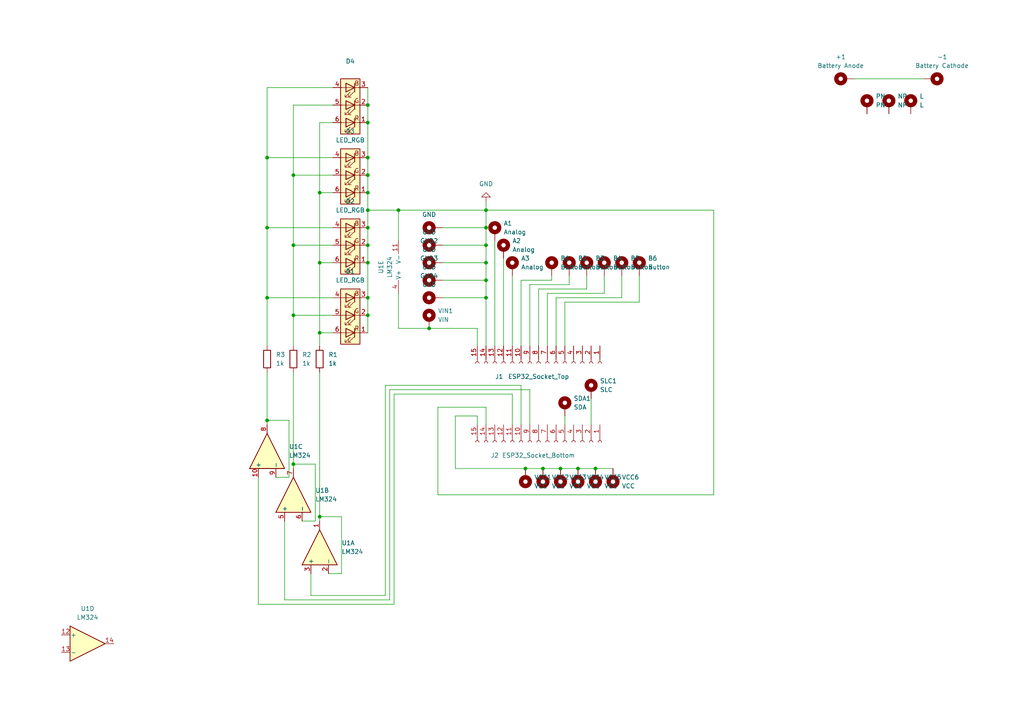
<source format=kicad_sch>
(kicad_sch (version 20230121) (generator eeschema)

  (uuid 2d5391cc-1d6c-4156-9da8-ab285d128c84)

  (paper "A4")

  (lib_symbols
    (symbol "Amplifier_Operational:LM324" (pin_names (offset 0.127)) (in_bom yes) (on_board yes)
      (property "Reference" "U" (at 0 5.08 0)
        (effects (font (size 1.27 1.27)) (justify left))
      )
      (property "Value" "LM324" (at 0 -5.08 0)
        (effects (font (size 1.27 1.27)) (justify left))
      )
      (property "Footprint" "" (at -1.27 2.54 0)
        (effects (font (size 1.27 1.27)) hide)
      )
      (property "Datasheet" "http://www.ti.com/lit/ds/symlink/lm2902-n.pdf" (at 1.27 5.08 0)
        (effects (font (size 1.27 1.27)) hide)
      )
      (property "ki_locked" "" (at 0 0 0)
        (effects (font (size 1.27 1.27)))
      )
      (property "ki_keywords" "quad opamp" (at 0 0 0)
        (effects (font (size 1.27 1.27)) hide)
      )
      (property "ki_description" "Low-Power, Quad-Operational Amplifiers, DIP-14/SOIC-14/SSOP-14" (at 0 0 0)
        (effects (font (size 1.27 1.27)) hide)
      )
      (property "ki_fp_filters" "SOIC*3.9x8.7mm*P1.27mm* DIP*W7.62mm* TSSOP*4.4x5mm*P0.65mm* SSOP*5.3x6.2mm*P0.65mm* MSOP*3x3mm*P0.5mm*" (at 0 0 0)
        (effects (font (size 1.27 1.27)) hide)
      )
      (symbol "LM324_1_1"
        (polyline
          (pts
            (xy -5.08 5.08)
            (xy 5.08 0)
            (xy -5.08 -5.08)
            (xy -5.08 5.08)
          )
          (stroke (width 0.254) (type default))
          (fill (type background))
        )
        (pin output line (at 7.62 0 180) (length 2.54)
          (name "~" (effects (font (size 1.27 1.27))))
          (number "1" (effects (font (size 1.27 1.27))))
        )
        (pin input line (at -7.62 -2.54 0) (length 2.54)
          (name "-" (effects (font (size 1.27 1.27))))
          (number "2" (effects (font (size 1.27 1.27))))
        )
        (pin input line (at -7.62 2.54 0) (length 2.54)
          (name "+" (effects (font (size 1.27 1.27))))
          (number "3" (effects (font (size 1.27 1.27))))
        )
      )
      (symbol "LM324_2_1"
        (polyline
          (pts
            (xy -5.08 5.08)
            (xy 5.08 0)
            (xy -5.08 -5.08)
            (xy -5.08 5.08)
          )
          (stroke (width 0.254) (type default))
          (fill (type background))
        )
        (pin input line (at -7.62 2.54 0) (length 2.54)
          (name "+" (effects (font (size 1.27 1.27))))
          (number "5" (effects (font (size 1.27 1.27))))
        )
        (pin input line (at -7.62 -2.54 0) (length 2.54)
          (name "-" (effects (font (size 1.27 1.27))))
          (number "6" (effects (font (size 1.27 1.27))))
        )
        (pin output line (at 7.62 0 180) (length 2.54)
          (name "~" (effects (font (size 1.27 1.27))))
          (number "7" (effects (font (size 1.27 1.27))))
        )
      )
      (symbol "LM324_3_1"
        (polyline
          (pts
            (xy -5.08 5.08)
            (xy 5.08 0)
            (xy -5.08 -5.08)
            (xy -5.08 5.08)
          )
          (stroke (width 0.254) (type default))
          (fill (type background))
        )
        (pin input line (at -7.62 2.54 0) (length 2.54)
          (name "+" (effects (font (size 1.27 1.27))))
          (number "10" (effects (font (size 1.27 1.27))))
        )
        (pin output line (at 7.62 0 180) (length 2.54)
          (name "~" (effects (font (size 1.27 1.27))))
          (number "8" (effects (font (size 1.27 1.27))))
        )
        (pin input line (at -7.62 -2.54 0) (length 2.54)
          (name "-" (effects (font (size 1.27 1.27))))
          (number "9" (effects (font (size 1.27 1.27))))
        )
      )
      (symbol "LM324_4_1"
        (polyline
          (pts
            (xy -5.08 5.08)
            (xy 5.08 0)
            (xy -5.08 -5.08)
            (xy -5.08 5.08)
          )
          (stroke (width 0.254) (type default))
          (fill (type background))
        )
        (pin input line (at -7.62 2.54 0) (length 2.54)
          (name "+" (effects (font (size 1.27 1.27))))
          (number "12" (effects (font (size 1.27 1.27))))
        )
        (pin input line (at -7.62 -2.54 0) (length 2.54)
          (name "-" (effects (font (size 1.27 1.27))))
          (number "13" (effects (font (size 1.27 1.27))))
        )
        (pin output line (at 7.62 0 180) (length 2.54)
          (name "~" (effects (font (size 1.27 1.27))))
          (number "14" (effects (font (size 1.27 1.27))))
        )
      )
      (symbol "LM324_5_1"
        (pin power_in line (at -2.54 -7.62 90) (length 3.81)
          (name "V-" (effects (font (size 1.27 1.27))))
          (number "11" (effects (font (size 1.27 1.27))))
        )
        (pin power_in line (at -2.54 7.62 270) (length 3.81)
          (name "V+" (effects (font (size 1.27 1.27))))
          (number "4" (effects (font (size 1.27 1.27))))
        )
      )
    )
    (symbol "Connector:Conn_01x15_Socket" (pin_names (offset 1.016) hide) (in_bom yes) (on_board yes)
      (property "Reference" "J" (at 0 20.32 0)
        (effects (font (size 1.27 1.27)))
      )
      (property "Value" "Conn_01x15_Socket" (at 0 -20.32 0)
        (effects (font (size 1.27 1.27)))
      )
      (property "Footprint" "" (at 0 0 0)
        (effects (font (size 1.27 1.27)) hide)
      )
      (property "Datasheet" "~" (at 0 0 0)
        (effects (font (size 1.27 1.27)) hide)
      )
      (property "ki_locked" "" (at 0 0 0)
        (effects (font (size 1.27 1.27)))
      )
      (property "ki_keywords" "connector" (at 0 0 0)
        (effects (font (size 1.27 1.27)) hide)
      )
      (property "ki_description" "Generic connector, single row, 01x15, script generated" (at 0 0 0)
        (effects (font (size 1.27 1.27)) hide)
      )
      (property "ki_fp_filters" "Connector*:*_1x??_*" (at 0 0 0)
        (effects (font (size 1.27 1.27)) hide)
      )
      (symbol "Conn_01x15_Socket_1_1"
        (arc (start 0 -17.272) (mid -0.5058 -17.78) (end 0 -18.288)
          (stroke (width 0.1524) (type default))
          (fill (type none))
        )
        (arc (start 0 -14.732) (mid -0.5058 -15.24) (end 0 -15.748)
          (stroke (width 0.1524) (type default))
          (fill (type none))
        )
        (arc (start 0 -12.192) (mid -0.5058 -12.7) (end 0 -13.208)
          (stroke (width 0.1524) (type default))
          (fill (type none))
        )
        (arc (start 0 -9.652) (mid -0.5058 -10.16) (end 0 -10.668)
          (stroke (width 0.1524) (type default))
          (fill (type none))
        )
        (arc (start 0 -7.112) (mid -0.5058 -7.62) (end 0 -8.128)
          (stroke (width 0.1524) (type default))
          (fill (type none))
        )
        (arc (start 0 -4.572) (mid -0.5058 -5.08) (end 0 -5.588)
          (stroke (width 0.1524) (type default))
          (fill (type none))
        )
        (arc (start 0 -2.032) (mid -0.5058 -2.54) (end 0 -3.048)
          (stroke (width 0.1524) (type default))
          (fill (type none))
        )
        (polyline
          (pts
            (xy -1.27 -17.78)
            (xy -0.508 -17.78)
          )
          (stroke (width 0.1524) (type default))
          (fill (type none))
        )
        (polyline
          (pts
            (xy -1.27 -15.24)
            (xy -0.508 -15.24)
          )
          (stroke (width 0.1524) (type default))
          (fill (type none))
        )
        (polyline
          (pts
            (xy -1.27 -12.7)
            (xy -0.508 -12.7)
          )
          (stroke (width 0.1524) (type default))
          (fill (type none))
        )
        (polyline
          (pts
            (xy -1.27 -10.16)
            (xy -0.508 -10.16)
          )
          (stroke (width 0.1524) (type default))
          (fill (type none))
        )
        (polyline
          (pts
            (xy -1.27 -7.62)
            (xy -0.508 -7.62)
          )
          (stroke (width 0.1524) (type default))
          (fill (type none))
        )
        (polyline
          (pts
            (xy -1.27 -5.08)
            (xy -0.508 -5.08)
          )
          (stroke (width 0.1524) (type default))
          (fill (type none))
        )
        (polyline
          (pts
            (xy -1.27 -2.54)
            (xy -0.508 -2.54)
          )
          (stroke (width 0.1524) (type default))
          (fill (type none))
        )
        (polyline
          (pts
            (xy -1.27 0)
            (xy -0.508 0)
          )
          (stroke (width 0.1524) (type default))
          (fill (type none))
        )
        (polyline
          (pts
            (xy -1.27 2.54)
            (xy -0.508 2.54)
          )
          (stroke (width 0.1524) (type default))
          (fill (type none))
        )
        (polyline
          (pts
            (xy -1.27 5.08)
            (xy -0.508 5.08)
          )
          (stroke (width 0.1524) (type default))
          (fill (type none))
        )
        (polyline
          (pts
            (xy -1.27 7.62)
            (xy -0.508 7.62)
          )
          (stroke (width 0.1524) (type default))
          (fill (type none))
        )
        (polyline
          (pts
            (xy -1.27 10.16)
            (xy -0.508 10.16)
          )
          (stroke (width 0.1524) (type default))
          (fill (type none))
        )
        (polyline
          (pts
            (xy -1.27 12.7)
            (xy -0.508 12.7)
          )
          (stroke (width 0.1524) (type default))
          (fill (type none))
        )
        (polyline
          (pts
            (xy -1.27 15.24)
            (xy -0.508 15.24)
          )
          (stroke (width 0.1524) (type default))
          (fill (type none))
        )
        (polyline
          (pts
            (xy -1.27 17.78)
            (xy -0.508 17.78)
          )
          (stroke (width 0.1524) (type default))
          (fill (type none))
        )
        (arc (start 0 0.508) (mid -0.5058 0) (end 0 -0.508)
          (stroke (width 0.1524) (type default))
          (fill (type none))
        )
        (arc (start 0 3.048) (mid -0.5058 2.54) (end 0 2.032)
          (stroke (width 0.1524) (type default))
          (fill (type none))
        )
        (arc (start 0 5.588) (mid -0.5058 5.08) (end 0 4.572)
          (stroke (width 0.1524) (type default))
          (fill (type none))
        )
        (arc (start 0 8.128) (mid -0.5058 7.62) (end 0 7.112)
          (stroke (width 0.1524) (type default))
          (fill (type none))
        )
        (arc (start 0 10.668) (mid -0.5058 10.16) (end 0 9.652)
          (stroke (width 0.1524) (type default))
          (fill (type none))
        )
        (arc (start 0 13.208) (mid -0.5058 12.7) (end 0 12.192)
          (stroke (width 0.1524) (type default))
          (fill (type none))
        )
        (arc (start 0 15.748) (mid -0.5058 15.24) (end 0 14.732)
          (stroke (width 0.1524) (type default))
          (fill (type none))
        )
        (arc (start 0 18.288) (mid -0.5058 17.78) (end 0 17.272)
          (stroke (width 0.1524) (type default))
          (fill (type none))
        )
        (pin passive line (at -5.08 17.78 0) (length 3.81)
          (name "Pin_1" (effects (font (size 1.27 1.27))))
          (number "1" (effects (font (size 1.27 1.27))))
        )
        (pin passive line (at -5.08 -5.08 0) (length 3.81)
          (name "Pin_10" (effects (font (size 1.27 1.27))))
          (number "10" (effects (font (size 1.27 1.27))))
        )
        (pin passive line (at -5.08 -7.62 0) (length 3.81)
          (name "Pin_11" (effects (font (size 1.27 1.27))))
          (number "11" (effects (font (size 1.27 1.27))))
        )
        (pin passive line (at -5.08 -10.16 0) (length 3.81)
          (name "Pin_12" (effects (font (size 1.27 1.27))))
          (number "12" (effects (font (size 1.27 1.27))))
        )
        (pin passive line (at -5.08 -12.7 0) (length 3.81)
          (name "Pin_13" (effects (font (size 1.27 1.27))))
          (number "13" (effects (font (size 1.27 1.27))))
        )
        (pin passive line (at -5.08 -15.24 0) (length 3.81)
          (name "Pin_14" (effects (font (size 1.27 1.27))))
          (number "14" (effects (font (size 1.27 1.27))))
        )
        (pin passive line (at -5.08 -17.78 0) (length 3.81)
          (name "Pin_15" (effects (font (size 1.27 1.27))))
          (number "15" (effects (font (size 1.27 1.27))))
        )
        (pin passive line (at -5.08 15.24 0) (length 3.81)
          (name "Pin_2" (effects (font (size 1.27 1.27))))
          (number "2" (effects (font (size 1.27 1.27))))
        )
        (pin passive line (at -5.08 12.7 0) (length 3.81)
          (name "Pin_3" (effects (font (size 1.27 1.27))))
          (number "3" (effects (font (size 1.27 1.27))))
        )
        (pin passive line (at -5.08 10.16 0) (length 3.81)
          (name "Pin_4" (effects (font (size 1.27 1.27))))
          (number "4" (effects (font (size 1.27 1.27))))
        )
        (pin passive line (at -5.08 7.62 0) (length 3.81)
          (name "Pin_5" (effects (font (size 1.27 1.27))))
          (number "5" (effects (font (size 1.27 1.27))))
        )
        (pin passive line (at -5.08 5.08 0) (length 3.81)
          (name "Pin_6" (effects (font (size 1.27 1.27))))
          (number "6" (effects (font (size 1.27 1.27))))
        )
        (pin passive line (at -5.08 2.54 0) (length 3.81)
          (name "Pin_7" (effects (font (size 1.27 1.27))))
          (number "7" (effects (font (size 1.27 1.27))))
        )
        (pin passive line (at -5.08 0 0) (length 3.81)
          (name "Pin_8" (effects (font (size 1.27 1.27))))
          (number "8" (effects (font (size 1.27 1.27))))
        )
        (pin passive line (at -5.08 -2.54 0) (length 3.81)
          (name "Pin_9" (effects (font (size 1.27 1.27))))
          (number "9" (effects (font (size 1.27 1.27))))
        )
      )
    )
    (symbol "Device:LED_RGB" (pin_names (offset 0) hide) (in_bom yes) (on_board yes)
      (property "Reference" "D" (at 0 9.398 0)
        (effects (font (size 1.27 1.27)))
      )
      (property "Value" "LED_RGB" (at 0 -8.89 0)
        (effects (font (size 1.27 1.27)))
      )
      (property "Footprint" "" (at 0 -1.27 0)
        (effects (font (size 1.27 1.27)) hide)
      )
      (property "Datasheet" "~" (at 0 -1.27 0)
        (effects (font (size 1.27 1.27)) hide)
      )
      (property "ki_keywords" "LED RGB diode" (at 0 0 0)
        (effects (font (size 1.27 1.27)) hide)
      )
      (property "ki_description" "RGB LED, 6 pin package" (at 0 0 0)
        (effects (font (size 1.27 1.27)) hide)
      )
      (property "ki_fp_filters" "LED* LED_SMD:* LED_THT:*" (at 0 0 0)
        (effects (font (size 1.27 1.27)) hide)
      )
      (symbol "LED_RGB_0_0"
        (text "B" (at -1.905 -6.35 0)
          (effects (font (size 1.27 1.27)))
        )
        (text "G" (at -1.905 -1.27 0)
          (effects (font (size 1.27 1.27)))
        )
        (text "R" (at -1.905 3.81 0)
          (effects (font (size 1.27 1.27)))
        )
      )
      (symbol "LED_RGB_0_1"
        (polyline
          (pts
            (xy -1.27 -5.08)
            (xy -2.54 -5.08)
          )
          (stroke (width 0) (type default))
          (fill (type none))
        )
        (polyline
          (pts
            (xy -1.27 -5.08)
            (xy 1.27 -5.08)
          )
          (stroke (width 0) (type default))
          (fill (type none))
        )
        (polyline
          (pts
            (xy -1.27 -3.81)
            (xy -1.27 -6.35)
          )
          (stroke (width 0.254) (type default))
          (fill (type none))
        )
        (polyline
          (pts
            (xy -1.27 0)
            (xy -2.54 0)
          )
          (stroke (width 0) (type default))
          (fill (type none))
        )
        (polyline
          (pts
            (xy -1.27 1.27)
            (xy -1.27 -1.27)
          )
          (stroke (width 0.254) (type default))
          (fill (type none))
        )
        (polyline
          (pts
            (xy -1.27 5.08)
            (xy -2.54 5.08)
          )
          (stroke (width 0) (type default))
          (fill (type none))
        )
        (polyline
          (pts
            (xy -1.27 5.08)
            (xy 1.27 5.08)
          )
          (stroke (width 0) (type default))
          (fill (type none))
        )
        (polyline
          (pts
            (xy -1.27 6.35)
            (xy -1.27 3.81)
          )
          (stroke (width 0.254) (type default))
          (fill (type none))
        )
        (polyline
          (pts
            (xy 1.27 -5.08)
            (xy 2.54 -5.08)
          )
          (stroke (width 0) (type default))
          (fill (type none))
        )
        (polyline
          (pts
            (xy 1.27 0)
            (xy -1.27 0)
          )
          (stroke (width 0) (type default))
          (fill (type none))
        )
        (polyline
          (pts
            (xy 1.27 0)
            (xy 2.54 0)
          )
          (stroke (width 0) (type default))
          (fill (type none))
        )
        (polyline
          (pts
            (xy 1.27 5.08)
            (xy 2.54 5.08)
          )
          (stroke (width 0) (type default))
          (fill (type none))
        )
        (polyline
          (pts
            (xy -1.27 1.27)
            (xy -1.27 -1.27)
            (xy -1.27 -1.27)
          )
          (stroke (width 0) (type default))
          (fill (type none))
        )
        (polyline
          (pts
            (xy -1.27 6.35)
            (xy -1.27 3.81)
            (xy -1.27 3.81)
          )
          (stroke (width 0) (type default))
          (fill (type none))
        )
        (polyline
          (pts
            (xy 1.27 -3.81)
            (xy 1.27 -6.35)
            (xy -1.27 -5.08)
            (xy 1.27 -3.81)
          )
          (stroke (width 0.254) (type default))
          (fill (type none))
        )
        (polyline
          (pts
            (xy 1.27 1.27)
            (xy 1.27 -1.27)
            (xy -1.27 0)
            (xy 1.27 1.27)
          )
          (stroke (width 0.254) (type default))
          (fill (type none))
        )
        (polyline
          (pts
            (xy 1.27 6.35)
            (xy 1.27 3.81)
            (xy -1.27 5.08)
            (xy 1.27 6.35)
          )
          (stroke (width 0.254) (type default))
          (fill (type none))
        )
        (polyline
          (pts
            (xy -1.016 -3.81)
            (xy 0.508 -2.286)
            (xy -0.254 -2.286)
            (xy 0.508 -2.286)
            (xy 0.508 -3.048)
          )
          (stroke (width 0) (type default))
          (fill (type none))
        )
        (polyline
          (pts
            (xy -1.016 1.27)
            (xy 0.508 2.794)
            (xy -0.254 2.794)
            (xy 0.508 2.794)
            (xy 0.508 2.032)
          )
          (stroke (width 0) (type default))
          (fill (type none))
        )
        (polyline
          (pts
            (xy -1.016 6.35)
            (xy 0.508 7.874)
            (xy -0.254 7.874)
            (xy 0.508 7.874)
            (xy 0.508 7.112)
          )
          (stroke (width 0) (type default))
          (fill (type none))
        )
        (polyline
          (pts
            (xy 0 -3.81)
            (xy 1.524 -2.286)
            (xy 0.762 -2.286)
            (xy 1.524 -2.286)
            (xy 1.524 -3.048)
          )
          (stroke (width 0) (type default))
          (fill (type none))
        )
        (polyline
          (pts
            (xy 0 1.27)
            (xy 1.524 2.794)
            (xy 0.762 2.794)
            (xy 1.524 2.794)
            (xy 1.524 2.032)
          )
          (stroke (width 0) (type default))
          (fill (type none))
        )
        (polyline
          (pts
            (xy 0 6.35)
            (xy 1.524 7.874)
            (xy 0.762 7.874)
            (xy 1.524 7.874)
            (xy 1.524 7.112)
          )
          (stroke (width 0) (type default))
          (fill (type none))
        )
        (rectangle (start 1.27 -1.27) (end 1.27 1.27)
          (stroke (width 0) (type default))
          (fill (type none))
        )
        (rectangle (start 1.27 1.27) (end 1.27 1.27)
          (stroke (width 0) (type default))
          (fill (type none))
        )
        (rectangle (start 1.27 3.81) (end 1.27 6.35)
          (stroke (width 0) (type default))
          (fill (type none))
        )
        (rectangle (start 1.27 6.35) (end 1.27 6.35)
          (stroke (width 0) (type default))
          (fill (type none))
        )
        (rectangle (start 2.794 8.382) (end -2.794 -7.62)
          (stroke (width 0.254) (type default))
          (fill (type background))
        )
      )
      (symbol "LED_RGB_1_1"
        (pin passive line (at -5.08 5.08 0) (length 2.54)
          (name "RK" (effects (font (size 1.27 1.27))))
          (number "1" (effects (font (size 1.27 1.27))))
        )
        (pin passive line (at -5.08 0 0) (length 2.54)
          (name "GK" (effects (font (size 1.27 1.27))))
          (number "2" (effects (font (size 1.27 1.27))))
        )
        (pin passive line (at -5.08 -5.08 0) (length 2.54)
          (name "BK" (effects (font (size 1.27 1.27))))
          (number "3" (effects (font (size 1.27 1.27))))
        )
        (pin passive line (at 5.08 -5.08 180) (length 2.54)
          (name "BA" (effects (font (size 1.27 1.27))))
          (number "4" (effects (font (size 1.27 1.27))))
        )
        (pin passive line (at 5.08 0 180) (length 2.54)
          (name "GA" (effects (font (size 1.27 1.27))))
          (number "5" (effects (font (size 1.27 1.27))))
        )
        (pin passive line (at 5.08 5.08 180) (length 2.54)
          (name "RA" (effects (font (size 1.27 1.27))))
          (number "6" (effects (font (size 1.27 1.27))))
        )
      )
    )
    (symbol "Device:R" (pin_numbers hide) (pin_names (offset 0)) (in_bom yes) (on_board yes)
      (property "Reference" "R" (at 2.032 0 90)
        (effects (font (size 1.27 1.27)))
      )
      (property "Value" "R" (at 0 0 90)
        (effects (font (size 1.27 1.27)))
      )
      (property "Footprint" "" (at -1.778 0 90)
        (effects (font (size 1.27 1.27)) hide)
      )
      (property "Datasheet" "~" (at 0 0 0)
        (effects (font (size 1.27 1.27)) hide)
      )
      (property "ki_keywords" "R res resistor" (at 0 0 0)
        (effects (font (size 1.27 1.27)) hide)
      )
      (property "ki_description" "Resistor" (at 0 0 0)
        (effects (font (size 1.27 1.27)) hide)
      )
      (property "ki_fp_filters" "R_*" (at 0 0 0)
        (effects (font (size 1.27 1.27)) hide)
      )
      (symbol "R_0_1"
        (rectangle (start -1.016 -2.54) (end 1.016 2.54)
          (stroke (width 0.254) (type default))
          (fill (type none))
        )
      )
      (symbol "R_1_1"
        (pin passive line (at 0 3.81 270) (length 1.27)
          (name "~" (effects (font (size 1.27 1.27))))
          (number "1" (effects (font (size 1.27 1.27))))
        )
        (pin passive line (at 0 -3.81 90) (length 1.27)
          (name "~" (effects (font (size 1.27 1.27))))
          (number "2" (effects (font (size 1.27 1.27))))
        )
      )
    )
    (symbol "Mechanical:MountingHole_Pad" (pin_numbers hide) (pin_names (offset 1.016) hide) (in_bom yes) (on_board yes)
      (property "Reference" "H" (at 0 6.35 0)
        (effects (font (size 1.27 1.27)))
      )
      (property "Value" "MountingHole_Pad" (at 0 4.445 0)
        (effects (font (size 1.27 1.27)))
      )
      (property "Footprint" "" (at 0 0 0)
        (effects (font (size 1.27 1.27)) hide)
      )
      (property "Datasheet" "~" (at 0 0 0)
        (effects (font (size 1.27 1.27)) hide)
      )
      (property "ki_keywords" "mounting hole" (at 0 0 0)
        (effects (font (size 1.27 1.27)) hide)
      )
      (property "ki_description" "Mounting Hole with connection" (at 0 0 0)
        (effects (font (size 1.27 1.27)) hide)
      )
      (property "ki_fp_filters" "MountingHole*Pad*" (at 0 0 0)
        (effects (font (size 1.27 1.27)) hide)
      )
      (symbol "MountingHole_Pad_0_1"
        (circle (center 0 1.27) (radius 1.27)
          (stroke (width 1.27) (type default))
          (fill (type none))
        )
      )
      (symbol "MountingHole_Pad_1_1"
        (pin input line (at 0 -2.54 90) (length 2.54)
          (name "1" (effects (font (size 1.27 1.27))))
          (number "1" (effects (font (size 1.27 1.27))))
        )
      )
    )
    (symbol "power:GND" (power) (pin_names (offset 0)) (in_bom yes) (on_board yes)
      (property "Reference" "#PWR" (at 0 -6.35 0)
        (effects (font (size 1.27 1.27)) hide)
      )
      (property "Value" "GND" (at 0 -3.81 0)
        (effects (font (size 1.27 1.27)))
      )
      (property "Footprint" "" (at 0 0 0)
        (effects (font (size 1.27 1.27)) hide)
      )
      (property "Datasheet" "" (at 0 0 0)
        (effects (font (size 1.27 1.27)) hide)
      )
      (property "ki_keywords" "global power" (at 0 0 0)
        (effects (font (size 1.27 1.27)) hide)
      )
      (property "ki_description" "Power symbol creates a global label with name \"GND\" , ground" (at 0 0 0)
        (effects (font (size 1.27 1.27)) hide)
      )
      (symbol "GND_0_1"
        (polyline
          (pts
            (xy 0 0)
            (xy 0 -1.27)
            (xy 1.27 -1.27)
            (xy 0 -2.54)
            (xy -1.27 -1.27)
            (xy 0 -1.27)
          )
          (stroke (width 0) (type default))
          (fill (type none))
        )
      )
      (symbol "GND_1_1"
        (pin power_in line (at 0 0 270) (length 0) hide
          (name "GND" (effects (font (size 1.27 1.27))))
          (number "1" (effects (font (size 1.27 1.27))))
        )
      )
    )
  )

  (junction (at 106.68 35.56) (diameter 0) (color 0 0 0 0)
    (uuid 014f7034-5c99-4c69-8830-ef6b563b752c)
  )
  (junction (at 77.47 66.04) (diameter 0) (color 0 0 0 0)
    (uuid 03437da5-045b-4e60-8060-8206f6c05736)
  )
  (junction (at 85.09 71.12) (diameter 0) (color 0 0 0 0)
    (uuid 0a567733-e2a0-431c-8401-7a5c1aa90544)
  )
  (junction (at 140.97 66.04) (diameter 0) (color 0 0 0 0)
    (uuid 11fa5cc7-df19-4cf3-a48e-d36c5250a0ea)
  )
  (junction (at 152.4 135.89) (diameter 0) (color 0 0 0 0)
    (uuid 129e2198-79c9-4f19-966b-701d2c60d3b6)
  )
  (junction (at 85.09 91.44) (diameter 0) (color 0 0 0 0)
    (uuid 1396c4d4-2509-4ec9-b386-318f79e6d589)
  )
  (junction (at 140.97 71.12) (diameter 0) (color 0 0 0 0)
    (uuid 16ea9e73-7334-4a24-85c7-9bb5a12d5eea)
  )
  (junction (at 77.47 45.72) (diameter 0) (color 0 0 0 0)
    (uuid 19424936-ecc5-4649-b42c-180dbeeb778e)
  )
  (junction (at 92.71 149.86) (diameter 0) (color 0 0 0 0)
    (uuid 20810fcd-bb4b-4388-9785-27917f376d02)
  )
  (junction (at 106.68 66.04) (diameter 0) (color 0 0 0 0)
    (uuid 23a10cad-8405-49d9-9ae6-301ac995b3bf)
  )
  (junction (at 106.68 71.12) (diameter 0) (color 0 0 0 0)
    (uuid 27a105cf-b828-4b1c-b4ff-f4aa41a22e3f)
  )
  (junction (at 106.68 91.44) (diameter 0) (color 0 0 0 0)
    (uuid 296c7fd2-2017-4230-9217-43c94902b496)
  )
  (junction (at 77.47 86.36) (diameter 0) (color 0 0 0 0)
    (uuid 2afeef60-df07-4e02-af65-9f8e692562ef)
  )
  (junction (at 106.68 55.88) (diameter 0) (color 0 0 0 0)
    (uuid 2e6a3beb-b435-49ae-a874-fcdeb54bca18)
  )
  (junction (at 140.97 81.28) (diameter 0) (color 0 0 0 0)
    (uuid 34680bb2-4606-42f6-99c1-6b799bd4e02e)
  )
  (junction (at 167.64 135.89) (diameter 0) (color 0 0 0 0)
    (uuid 427583f8-7210-44ed-8177-2a84df58ed68)
  )
  (junction (at 172.72 135.89) (diameter 0) (color 0 0 0 0)
    (uuid 51d76d63-5094-4d9f-b2aa-eea3c9b350aa)
  )
  (junction (at 92.71 55.88) (diameter 0) (color 0 0 0 0)
    (uuid 55548604-ecc7-4fbd-bf33-5fea4bee7735)
  )
  (junction (at 92.71 76.2) (diameter 0) (color 0 0 0 0)
    (uuid 55641280-1531-4b6a-926d-1d1cf2244c95)
  )
  (junction (at 106.68 76.2) (diameter 0) (color 0 0 0 0)
    (uuid 6d6e342d-b6e4-4208-aef7-effc8d0b8ade)
  )
  (junction (at 106.68 50.8) (diameter 0) (color 0 0 0 0)
    (uuid 6ec81584-7edd-4425-86e3-abf60671efdc)
  )
  (junction (at 157.48 135.89) (diameter 0) (color 0 0 0 0)
    (uuid 7dc4f57b-a863-413a-8194-b6e277b79e63)
  )
  (junction (at 115.57 60.96) (diameter 0) (color 0 0 0 0)
    (uuid 8259848d-928a-414b-8915-4e5e62fe878a)
  )
  (junction (at 106.68 60.96) (diameter 0) (color 0 0 0 0)
    (uuid 8b7db898-0d2a-4e8b-a462-643ef466c1e8)
  )
  (junction (at 106.68 30.48) (diameter 0) (color 0 0 0 0)
    (uuid a90cba18-f4a7-4bc1-983c-fb34aaa894cc)
  )
  (junction (at 77.47 121.92) (diameter 0) (color 0 0 0 0)
    (uuid c2131c30-7f34-4390-9324-e54bb363de23)
  )
  (junction (at 106.68 86.36) (diameter 0) (color 0 0 0 0)
    (uuid c5c0f0e6-7679-4336-81db-63ba29c27092)
  )
  (junction (at 140.97 60.96) (diameter 0) (color 0 0 0 0)
    (uuid cef6f540-c7cd-4921-9b10-861e9a0459bd)
  )
  (junction (at 140.97 76.2) (diameter 0) (color 0 0 0 0)
    (uuid d145545a-cc33-4d06-a1c5-404e4f244b6c)
  )
  (junction (at 85.09 134.62) (diameter 0) (color 0 0 0 0)
    (uuid e1396c5a-fcda-4422-928f-3077ecc417a8)
  )
  (junction (at 92.71 96.52) (diameter 0) (color 0 0 0 0)
    (uuid e291568c-0b97-4cea-955a-3209aec0dde3)
  )
  (junction (at 140.97 86.36) (diameter 0) (color 0 0 0 0)
    (uuid e2aae00e-31a8-4f8d-8258-144b437f1b41)
  )
  (junction (at 124.46 95.25) (diameter 0) (color 0 0 0 0)
    (uuid e5d76518-fc13-48dd-9ccc-66fa356dc5f8)
  )
  (junction (at 162.56 135.89) (diameter 0) (color 0 0 0 0)
    (uuid e79fb352-e9cc-49be-8b58-246620273b07)
  )
  (junction (at 106.68 45.72) (diameter 0) (color 0 0 0 0)
    (uuid e8395e01-54fb-47d3-ae5c-1126754f41bf)
  )
  (junction (at 85.09 50.8) (diameter 0) (color 0 0 0 0)
    (uuid eec0de60-d531-4a0b-9582-267aac279dc0)
  )

  (wire (pts (xy 85.09 71.12) (xy 85.09 91.44))
    (stroke (width 0) (type default))
    (uuid 002209d9-ddfa-49e3-87bb-6c515c277682)
  )
  (wire (pts (xy 165.1 82.55) (xy 165.1 80.01))
    (stroke (width 0) (type default))
    (uuid 00770fea-5fdb-4c96-99f2-7b54e60a4000)
  )
  (wire (pts (xy 85.09 107.95) (xy 85.09 134.62))
    (stroke (width 0) (type default))
    (uuid 01a640cd-2d33-4b02-895e-9f840a41d306)
  )
  (wire (pts (xy 115.57 60.96) (xy 115.57 69.85))
    (stroke (width 0) (type default))
    (uuid 029bc613-7eae-4c46-bb58-cc6caa7dcf0f)
  )
  (wire (pts (xy 106.68 55.88) (xy 106.68 60.96))
    (stroke (width 0) (type default))
    (uuid 03b47e27-c312-4b02-a9b2-39394b4c13d6)
  )
  (wire (pts (xy 77.47 66.04) (xy 77.47 86.36))
    (stroke (width 0) (type default))
    (uuid 047e5083-231f-411c-a5ac-255ba68da3a0)
  )
  (wire (pts (xy 106.68 60.96) (xy 115.57 60.96))
    (stroke (width 0) (type default))
    (uuid 0689d6c5-796f-43f2-838a-465fd40ef994)
  )
  (wire (pts (xy 92.71 149.86) (xy 99.06 149.86))
    (stroke (width 0) (type default))
    (uuid 0c74f7b0-c00b-48b4-be9e-1e793d2b5943)
  )
  (wire (pts (xy 115.57 95.25) (xy 124.46 95.25))
    (stroke (width 0) (type default))
    (uuid 0d16192a-1c24-423e-9f94-931f66618f84)
  )
  (wire (pts (xy 96.52 25.4) (xy 77.47 25.4))
    (stroke (width 0) (type default))
    (uuid 0de4d812-4c1f-4112-92fb-4a0144119e3c)
  )
  (wire (pts (xy 106.68 91.44) (xy 106.68 96.52))
    (stroke (width 0) (type default))
    (uuid 0f72c206-3ba4-445c-820d-52135f54f088)
  )
  (wire (pts (xy 92.71 76.2) (xy 92.71 96.52))
    (stroke (width 0) (type default))
    (uuid 10fc787b-e7b3-412e-b231-9031cf19b3cc)
  )
  (wire (pts (xy 151.13 81.28) (xy 160.02 81.28))
    (stroke (width 0) (type default))
    (uuid 1351f20e-7d54-42fb-9c64-a175fd0f63ad)
  )
  (wire (pts (xy 77.47 25.4) (xy 77.47 45.72))
    (stroke (width 0) (type default))
    (uuid 18fb98f6-6212-486a-beb8-ecac0d004d26)
  )
  (wire (pts (xy 77.47 45.72) (xy 77.47 66.04))
    (stroke (width 0) (type default))
    (uuid 19dd6574-92f7-4d7c-bad4-d425e3e914a9)
  )
  (wire (pts (xy 247.65 22.86) (xy 267.97 22.86))
    (stroke (width 0) (type default))
    (uuid 1fc68271-f370-44f2-8d5e-7029d9bf7f56)
  )
  (wire (pts (xy 146.05 74.93) (xy 146.05 100.33))
    (stroke (width 0) (type default))
    (uuid 20c37ed1-f7cf-49be-b6a8-84f5c7dbc928)
  )
  (wire (pts (xy 92.71 35.56) (xy 92.71 55.88))
    (stroke (width 0) (type default))
    (uuid 20dfb9ee-1a61-4483-a64d-2c4dbd57f431)
  )
  (wire (pts (xy 140.97 81.28) (xy 140.97 86.36))
    (stroke (width 0) (type default))
    (uuid 23fc694f-8706-4a72-8a7f-c0564ecc0348)
  )
  (wire (pts (xy 96.52 71.12) (xy 85.09 71.12))
    (stroke (width 0) (type default))
    (uuid 25ca7677-2fba-4025-af0d-38e695e1cbce)
  )
  (wire (pts (xy 140.97 118.11) (xy 127 118.11))
    (stroke (width 0) (type default))
    (uuid 2638a3da-bfec-4710-ab27-8561ccc00360)
  )
  (wire (pts (xy 140.97 60.96) (xy 140.97 66.04))
    (stroke (width 0) (type default))
    (uuid 2720eba2-a0f4-4feb-839e-5446cc076626)
  )
  (wire (pts (xy 74.93 175.26) (xy 74.93 138.43))
    (stroke (width 0) (type default))
    (uuid 281e4a4f-8e3b-41e0-9763-ecca152b6527)
  )
  (wire (pts (xy 158.75 85.09) (xy 175.26 85.09))
    (stroke (width 0) (type default))
    (uuid 282bbd44-8124-4db5-9ee1-a72434d48143)
  )
  (wire (pts (xy 115.57 60.96) (xy 140.97 60.96))
    (stroke (width 0) (type default))
    (uuid 2908535d-6015-42a5-a093-3c45c925ab02)
  )
  (wire (pts (xy 92.71 96.52) (xy 96.52 96.52))
    (stroke (width 0) (type default))
    (uuid 30f0585a-6df1-4886-a560-c85825b38e0f)
  )
  (wire (pts (xy 185.42 87.63) (xy 185.42 80.01))
    (stroke (width 0) (type default))
    (uuid 37141638-22a8-4789-9619-6737c7d37417)
  )
  (wire (pts (xy 127 118.11) (xy 127 143.51))
    (stroke (width 0) (type default))
    (uuid 3c51c3e2-da3b-4742-9874-7eda480da318)
  )
  (wire (pts (xy 170.18 83.82) (xy 170.18 80.01))
    (stroke (width 0) (type default))
    (uuid 3d43cda9-2503-4d8e-bbd7-cfc3f0cd980b)
  )
  (wire (pts (xy 85.09 91.44) (xy 96.52 91.44))
    (stroke (width 0) (type default))
    (uuid 3e09b4e2-02ef-467b-b99d-080ce65052d9)
  )
  (wire (pts (xy 83.82 138.43) (xy 83.82 121.92))
    (stroke (width 0) (type default))
    (uuid 3e5a5881-70d0-4516-ae20-ac739739bcfc)
  )
  (wire (pts (xy 140.97 71.12) (xy 140.97 76.2))
    (stroke (width 0) (type default))
    (uuid 3fbb5faa-0ef0-4eb9-b12c-2be1bda547e7)
  )
  (wire (pts (xy 132.08 120.65) (xy 132.08 135.89))
    (stroke (width 0) (type default))
    (uuid 41d7d09a-f588-4c7d-99b9-ed43c9d38909)
  )
  (wire (pts (xy 172.72 135.89) (xy 177.8 135.89))
    (stroke (width 0) (type default))
    (uuid 42a2474e-83f6-46d4-9405-5156e3f1d4bd)
  )
  (wire (pts (xy 92.71 55.88) (xy 92.71 76.2))
    (stroke (width 0) (type default))
    (uuid 42a7a367-837c-42b1-8ed3-9aa058317672)
  )
  (wire (pts (xy 138.43 95.25) (xy 124.46 95.25))
    (stroke (width 0) (type default))
    (uuid 436a016b-2afa-4a8f-ab22-c472771dfa1e)
  )
  (wire (pts (xy 106.68 25.4) (xy 106.68 30.48))
    (stroke (width 0) (type default))
    (uuid 46793d31-aa46-46cc-9c7e-3bfe4b3f0ebd)
  )
  (wire (pts (xy 111.76 111.76) (xy 151.13 111.76))
    (stroke (width 0) (type default))
    (uuid 46894aff-36fb-41f6-a62b-c35f34657b50)
  )
  (wire (pts (xy 92.71 149.86) (xy 92.71 151.13))
    (stroke (width 0) (type default))
    (uuid 4723249f-0fcb-4d64-83a6-02c9c847bc4d)
  )
  (wire (pts (xy 85.09 100.33) (xy 85.09 91.44))
    (stroke (width 0) (type default))
    (uuid 482a7878-a8b7-4a90-bbec-bb2d7fad1680)
  )
  (wire (pts (xy 158.75 100.33) (xy 158.75 85.09))
    (stroke (width 0) (type default))
    (uuid 4b5124c8-9df7-47d1-822a-c8e34d9bdb6e)
  )
  (wire (pts (xy 143.51 100.33) (xy 143.51 69.85))
    (stroke (width 0) (type default))
    (uuid 4b88f5e4-c684-4d49-9866-ffa3fd9a6bb5)
  )
  (wire (pts (xy 114.3 175.26) (xy 74.93 175.26))
    (stroke (width 0) (type default))
    (uuid 4bcb37f0-4b78-4674-8249-485851d7c32d)
  )
  (wire (pts (xy 106.68 76.2) (xy 106.68 86.36))
    (stroke (width 0) (type default))
    (uuid 4e2c647a-596a-464b-b08a-7e2efd1c77a3)
  )
  (wire (pts (xy 91.44 134.62) (xy 85.09 134.62))
    (stroke (width 0) (type default))
    (uuid 4eb8f7db-ad95-49ad-b285-e822a1bce131)
  )
  (wire (pts (xy 95.25 166.37) (xy 99.06 166.37))
    (stroke (width 0) (type default))
    (uuid 4ee646ec-fc3d-445b-8741-613e182153c0)
  )
  (wire (pts (xy 77.47 100.33) (xy 77.47 86.36))
    (stroke (width 0) (type default))
    (uuid 4f9fe7c4-ada1-4892-9209-2a43aaa89702)
  )
  (wire (pts (xy 106.68 50.8) (xy 106.68 55.88))
    (stroke (width 0) (type default))
    (uuid 53b74307-c35b-40f9-b0e5-30fa851d7f85)
  )
  (wire (pts (xy 128.27 81.28) (xy 140.97 81.28))
    (stroke (width 0) (type default))
    (uuid 58887450-e862-433c-85ab-65e9798e129f)
  )
  (wire (pts (xy 113.03 113.03) (xy 153.67 113.03))
    (stroke (width 0) (type default))
    (uuid 5a7364a8-db10-4d33-bd38-947de0b2a3ad)
  )
  (wire (pts (xy 128.27 71.12) (xy 140.97 71.12))
    (stroke (width 0) (type default))
    (uuid 5b69f9bf-04d9-4d49-b744-ddbf7e2cf948)
  )
  (wire (pts (xy 90.17 166.37) (xy 90.17 172.72))
    (stroke (width 0) (type default))
    (uuid 5e0e44a8-8764-4ebe-bb85-8735c0ebe7c6)
  )
  (wire (pts (xy 96.52 50.8) (xy 85.09 50.8))
    (stroke (width 0) (type default))
    (uuid 5e1738d9-1360-4f32-84fc-313dc43874f8)
  )
  (wire (pts (xy 128.27 86.36) (xy 140.97 86.36))
    (stroke (width 0) (type default))
    (uuid 5f3dc0ec-5a5b-4b70-ab90-561de7b09616)
  )
  (wire (pts (xy 85.09 50.8) (xy 85.09 71.12))
    (stroke (width 0) (type default))
    (uuid 61f54b92-ddd6-4bb7-a433-09152d42f380)
  )
  (wire (pts (xy 153.67 113.03) (xy 153.67 123.19))
    (stroke (width 0) (type default))
    (uuid 68ada7a6-7aa7-4f06-b82f-81f846be48fc)
  )
  (wire (pts (xy 163.83 100.33) (xy 163.83 87.63))
    (stroke (width 0) (type default))
    (uuid 6a3565be-4db5-4134-a838-199357fa8191)
  )
  (wire (pts (xy 162.56 135.89) (xy 167.64 135.89))
    (stroke (width 0) (type default))
    (uuid 6ceefe3c-6a55-4bac-9a49-d8076a669a32)
  )
  (wire (pts (xy 77.47 121.92) (xy 77.47 123.19))
    (stroke (width 0) (type default))
    (uuid 6f816779-8b79-4f17-bd66-1edcd7749fee)
  )
  (wire (pts (xy 132.08 135.89) (xy 152.4 135.89))
    (stroke (width 0) (type default))
    (uuid 70e1ae80-d3b8-4cca-baee-46631e00e864)
  )
  (wire (pts (xy 151.13 111.76) (xy 151.13 123.19))
    (stroke (width 0) (type default))
    (uuid 71ef3c82-824e-4e33-a03c-ccc5ece04d4f)
  )
  (wire (pts (xy 138.43 100.33) (xy 138.43 95.25))
    (stroke (width 0) (type default))
    (uuid 7481bc53-504d-4667-9f91-eee8595ada06)
  )
  (wire (pts (xy 161.29 86.36) (xy 180.34 86.36))
    (stroke (width 0) (type default))
    (uuid 7958d561-d4cf-41b7-9d28-098b463117b5)
  )
  (wire (pts (xy 156.21 83.82) (xy 170.18 83.82))
    (stroke (width 0) (type default))
    (uuid 7f3582f2-fc5e-45c5-84a8-be7ba721589b)
  )
  (wire (pts (xy 87.63 151.13) (xy 91.44 151.13))
    (stroke (width 0) (type default))
    (uuid 80569ee7-33bb-4c15-9780-e76e9aaf9020)
  )
  (wire (pts (xy 171.45 115.57) (xy 171.45 123.19))
    (stroke (width 0) (type default))
    (uuid 8250d50b-2132-4cb5-8305-4ae995817be1)
  )
  (wire (pts (xy 96.52 76.2) (xy 92.71 76.2))
    (stroke (width 0) (type default))
    (uuid 8842a14d-1579-42fb-90f6-e8b1a981bc4f)
  )
  (wire (pts (xy 160.02 81.28) (xy 160.02 80.01))
    (stroke (width 0) (type default))
    (uuid 8a43be9d-c068-4bc0-a120-fc05dcac9d45)
  )
  (wire (pts (xy 92.71 107.95) (xy 92.71 149.86))
    (stroke (width 0) (type default))
    (uuid 8c350f29-4c70-4048-bcc8-5e068ec5f32f)
  )
  (wire (pts (xy 127 143.51) (xy 207.01 143.51))
    (stroke (width 0) (type default))
    (uuid 8df2e410-f46f-41fc-b4f4-569b7bd3883a)
  )
  (wire (pts (xy 207.01 60.96) (xy 207.01 143.51))
    (stroke (width 0) (type default))
    (uuid 8ffbbd27-0721-4562-afb6-3f4013cf38bb)
  )
  (wire (pts (xy 148.59 100.33) (xy 148.59 80.01))
    (stroke (width 0) (type default))
    (uuid 90205702-2109-4f87-adb9-f07424ee880c)
  )
  (wire (pts (xy 180.34 86.36) (xy 180.34 80.01))
    (stroke (width 0) (type default))
    (uuid 9192429d-a130-409b-a0ac-2bda505f0402)
  )
  (wire (pts (xy 163.83 120.65) (xy 163.83 123.19))
    (stroke (width 0) (type default))
    (uuid 9285888c-2df2-4397-941b-1337da6540a3)
  )
  (wire (pts (xy 96.52 66.04) (xy 77.47 66.04))
    (stroke (width 0) (type default))
    (uuid 95afc04f-bfba-49c6-9351-f6612aad8a5b)
  )
  (wire (pts (xy 140.97 60.96) (xy 207.01 60.96))
    (stroke (width 0) (type default))
    (uuid a35be715-3292-4673-9573-8b2ee8183d0f)
  )
  (wire (pts (xy 128.27 66.04) (xy 140.97 66.04))
    (stroke (width 0) (type default))
    (uuid a50a6721-7933-4b72-a0d1-cb74fb9bec82)
  )
  (wire (pts (xy 83.82 121.92) (xy 77.47 121.92))
    (stroke (width 0) (type default))
    (uuid a527f2fc-1258-4cd6-8c47-0e0afdc55e3e)
  )
  (wire (pts (xy 151.13 100.33) (xy 151.13 81.28))
    (stroke (width 0) (type default))
    (uuid a5d2641e-2589-4580-a355-c03e5bd734ea)
  )
  (wire (pts (xy 106.68 71.12) (xy 106.68 76.2))
    (stroke (width 0) (type default))
    (uuid a5e438ae-ad6e-4f57-be07-c27f3a470ff5)
  )
  (wire (pts (xy 96.52 35.56) (xy 92.71 35.56))
    (stroke (width 0) (type default))
    (uuid a7c66821-b6c3-4de5-b1c7-a95361f85993)
  )
  (wire (pts (xy 111.76 111.76) (xy 111.76 172.72))
    (stroke (width 0) (type default))
    (uuid a7ffa43b-e1a0-4fe9-b4a4-ec8920ae2790)
  )
  (wire (pts (xy 153.67 82.55) (xy 165.1 82.55))
    (stroke (width 0) (type default))
    (uuid a97f1bbc-cb0f-448a-aef6-1f5d636f4702)
  )
  (wire (pts (xy 138.43 123.19) (xy 138.43 120.65))
    (stroke (width 0) (type default))
    (uuid b15081d7-917e-4f9a-8058-dac9b30fdbae)
  )
  (wire (pts (xy 167.64 135.89) (xy 172.72 135.89))
    (stroke (width 0) (type default))
    (uuid b42bcaec-cd21-4b44-9718-a83ad3ca434a)
  )
  (wire (pts (xy 113.03 173.99) (xy 82.55 173.99))
    (stroke (width 0) (type default))
    (uuid b45fc31f-7add-4d15-9ae9-dacd298b77be)
  )
  (wire (pts (xy 113.03 113.03) (xy 113.03 173.99))
    (stroke (width 0) (type default))
    (uuid b596f2cf-b987-43df-a56b-427ca8279c24)
  )
  (wire (pts (xy 140.97 123.19) (xy 140.97 118.11))
    (stroke (width 0) (type default))
    (uuid b6425b64-e4b9-40ef-a467-a842151e3fa9)
  )
  (wire (pts (xy 148.59 114.3) (xy 148.59 123.19))
    (stroke (width 0) (type default))
    (uuid b6f9ff7c-2506-4869-a56c-b29134b828b6)
  )
  (wire (pts (xy 153.67 100.33) (xy 153.67 82.55))
    (stroke (width 0) (type default))
    (uuid b81a6c5d-f5b0-4899-8df6-a7f9345a6949)
  )
  (wire (pts (xy 77.47 86.36) (xy 96.52 86.36))
    (stroke (width 0) (type default))
    (uuid be853bea-261d-4acf-977b-8c81fe21aed8)
  )
  (wire (pts (xy 156.21 100.33) (xy 156.21 83.82))
    (stroke (width 0) (type default))
    (uuid bef74b2f-4e14-4555-b8e7-82f37810abfd)
  )
  (wire (pts (xy 148.59 114.3) (xy 114.3 114.3))
    (stroke (width 0) (type default))
    (uuid c18ae402-efc8-4a07-b60a-33e9c16ea8a6)
  )
  (wire (pts (xy 92.71 100.33) (xy 92.71 96.52))
    (stroke (width 0) (type default))
    (uuid c212c514-6127-46b6-98a3-530b6364666a)
  )
  (wire (pts (xy 138.43 120.65) (xy 132.08 120.65))
    (stroke (width 0) (type default))
    (uuid c2a2392a-f5a6-493e-b12b-8741ed5a297a)
  )
  (wire (pts (xy 91.44 151.13) (xy 91.44 134.62))
    (stroke (width 0) (type default))
    (uuid c6588264-b756-4c7a-8256-c742384761d0)
  )
  (wire (pts (xy 140.97 66.04) (xy 140.97 71.12))
    (stroke (width 0) (type default))
    (uuid d20e1bda-14ad-4928-95b4-e5258b6830e7)
  )
  (wire (pts (xy 106.68 35.56) (xy 106.68 45.72))
    (stroke (width 0) (type default))
    (uuid d3942d93-4e60-49a2-b2da-0e94351ade1a)
  )
  (wire (pts (xy 106.68 45.72) (xy 106.68 50.8))
    (stroke (width 0) (type default))
    (uuid d4357f39-499c-431c-b964-ceb26583b9f8)
  )
  (wire (pts (xy 152.4 135.89) (xy 157.48 135.89))
    (stroke (width 0) (type default))
    (uuid d4aa09a3-1c55-4b27-b8c8-787652c5cf9a)
  )
  (wire (pts (xy 96.52 30.48) (xy 85.09 30.48))
    (stroke (width 0) (type default))
    (uuid d698a54b-66b9-483d-8fb5-b746a2c7a8db)
  )
  (wire (pts (xy 80.01 138.43) (xy 83.82 138.43))
    (stroke (width 0) (type default))
    (uuid d6bfc0d6-5278-4c61-a007-86cfb86a0509)
  )
  (wire (pts (xy 106.68 30.48) (xy 106.68 35.56))
    (stroke (width 0) (type default))
    (uuid d7d54d57-d6e6-4a1f-a8a0-ca05a55a8b9e)
  )
  (wire (pts (xy 111.76 172.72) (xy 90.17 172.72))
    (stroke (width 0) (type default))
    (uuid db5321ba-5d7f-42ee-918b-d415c0b8e4ab)
  )
  (wire (pts (xy 85.09 134.62) (xy 85.09 135.89))
    (stroke (width 0) (type default))
    (uuid dd5a49dd-b041-4c22-9131-15081423b6c8)
  )
  (wire (pts (xy 140.97 76.2) (xy 140.97 81.28))
    (stroke (width 0) (type default))
    (uuid de2f17c5-a805-4972-8ed7-aa5c13f026fa)
  )
  (wire (pts (xy 161.29 100.33) (xy 161.29 86.36))
    (stroke (width 0) (type default))
    (uuid de751e2b-d48c-4994-92c0-51e6f25b46d3)
  )
  (wire (pts (xy 96.52 55.88) (xy 92.71 55.88))
    (stroke (width 0) (type default))
    (uuid df425ae4-b1c8-4823-b5b2-fce9b293fa96)
  )
  (wire (pts (xy 106.68 86.36) (xy 106.68 91.44))
    (stroke (width 0) (type default))
    (uuid df6b4688-afb7-410a-87ce-d40385a947ae)
  )
  (wire (pts (xy 106.68 66.04) (xy 106.68 71.12))
    (stroke (width 0) (type default))
    (uuid dfd414e6-d6c3-48f2-989c-4cc18f3d973d)
  )
  (wire (pts (xy 77.47 107.95) (xy 77.47 121.92))
    (stroke (width 0) (type default))
    (uuid e3416a15-5350-42af-b40d-494ce697f09a)
  )
  (wire (pts (xy 106.68 60.96) (xy 106.68 66.04))
    (stroke (width 0) (type default))
    (uuid e473b6a4-cd0f-44d7-abdb-ffa547461a65)
  )
  (wire (pts (xy 128.27 76.2) (xy 140.97 76.2))
    (stroke (width 0) (type default))
    (uuid e4a7c5f0-1620-46c1-93c4-64e561c64e4f)
  )
  (wire (pts (xy 115.57 85.09) (xy 115.57 95.25))
    (stroke (width 0) (type default))
    (uuid e841a4d0-bd04-4198-aac8-aaf79df421e5)
  )
  (wire (pts (xy 96.52 45.72) (xy 77.47 45.72))
    (stroke (width 0) (type default))
    (uuid e9cebbd3-3cff-4d59-ab76-4fe747610613)
  )
  (wire (pts (xy 175.26 85.09) (xy 175.26 80.01))
    (stroke (width 0) (type default))
    (uuid ed638f84-db66-40dc-afa2-001ddd2364bc)
  )
  (wire (pts (xy 82.55 173.99) (xy 82.55 151.13))
    (stroke (width 0) (type default))
    (uuid eefcd37b-6526-4218-a9d0-c8fbc8d27372)
  )
  (wire (pts (xy 140.97 86.36) (xy 140.97 100.33))
    (stroke (width 0) (type default))
    (uuid f161f609-e42b-4098-883e-0de8070fc1fa)
  )
  (wire (pts (xy 99.06 166.37) (xy 99.06 149.86))
    (stroke (width 0) (type default))
    (uuid f271605a-97cb-489c-b0ca-d060e7db563d)
  )
  (wire (pts (xy 157.48 135.89) (xy 162.56 135.89))
    (stroke (width 0) (type default))
    (uuid f4397a11-b0f2-46af-8194-144c2d561154)
  )
  (wire (pts (xy 140.97 58.42) (xy 140.97 60.96))
    (stroke (width 0) (type default))
    (uuid f6bb257b-186c-4b66-bb04-1308077ccc86)
  )
  (wire (pts (xy 114.3 114.3) (xy 114.3 175.26))
    (stroke (width 0) (type default))
    (uuid fa5fbcfc-2617-4250-8f1e-da4f7c77cba6)
  )
  (wire (pts (xy 85.09 30.48) (xy 85.09 50.8))
    (stroke (width 0) (type default))
    (uuid fd36925b-94a5-4e11-acb4-f240c512715d)
  )
  (wire (pts (xy 163.83 87.63) (xy 185.42 87.63))
    (stroke (width 0) (type default))
    (uuid fdc8429b-35e7-4078-b266-f1822fe4d92c)
  )

  (symbol (lib_id "Device:LED_RGB") (at 101.6 71.12 180) (unit 1)
    (in_bom yes) (on_board yes) (dnp no) (fields_autoplaced)
    (uuid 03880475-807c-4f7b-8894-d2f019d82521)
    (property "Reference" "D2" (at 101.6 58.42 0)
      (effects (font (size 1.27 1.27)))
    )
    (property "Value" "LED_RGB" (at 101.6 60.96 0)
      (effects (font (size 1.27 1.27)))
    )
    (property "Footprint" "LED_SMD:LED_RGB_5050-6" (at 101.6 69.85 0)
      (effects (font (size 1.27 1.27)) hide)
    )
    (property "Datasheet" "~" (at 101.6 69.85 0)
      (effects (font (size 1.27 1.27)) hide)
    )
    (pin "1" (uuid f6b29319-e1f5-49c3-81d8-c7ab79dd0c77))
    (pin "2" (uuid f1620451-fe51-49cd-8b48-9237a0bd3bc8))
    (pin "3" (uuid 0f03497a-5d6c-46f2-a9da-35ea35a68480))
    (pin "4" (uuid 3854846c-8745-4735-a1ef-fef5d5356b27))
    (pin "5" (uuid 2396adb8-27d2-45c0-806b-84f743fba017))
    (pin "6" (uuid 7722d6fc-d876-4612-9ca7-d0444b89757a))
    (instances
      (project "steeringWheelMain"
        (path "/2d5391cc-1d6c-4156-9da8-ab285d128c84"
          (reference "D2") (unit 1)
        )
      )
    )
  )

  (symbol (lib_id "Device:R") (at 85.09 104.14 180) (unit 1)
    (in_bom yes) (on_board yes) (dnp no) (fields_autoplaced)
    (uuid 1a026aad-7245-4588-ab4e-724906877820)
    (property "Reference" "R2" (at 87.63 102.87 0)
      (effects (font (size 1.27 1.27)) (justify right))
    )
    (property "Value" "1k" (at 87.63 105.41 0)
      (effects (font (size 1.27 1.27)) (justify right))
    )
    (property "Footprint" "Resistor_THT:R_Axial_DIN0207_L6.3mm_D2.5mm_P10.16mm_Horizontal" (at 86.868 104.14 90)
      (effects (font (size 1.27 1.27)) hide)
    )
    (property "Datasheet" "~" (at 85.09 104.14 0)
      (effects (font (size 1.27 1.27)) hide)
    )
    (pin "1" (uuid 49740658-f3da-46ed-bd6f-c40be51e937f))
    (pin "2" (uuid d259efc0-679e-43f5-ac42-7c55033a08f5))
    (instances
      (project "steeringWheelMain"
        (path "/2d5391cc-1d6c-4156-9da8-ab285d128c84"
          (reference "R2") (unit 1)
        )
      )
    )
  )

  (symbol (lib_id "Mechanical:MountingHole_Pad") (at 125.73 76.2 90) (unit 1)
    (in_bom yes) (on_board yes) (dnp no) (fields_autoplaced)
    (uuid 1dd58778-49d3-41c6-a50b-2494bcc0b645)
    (property "Reference" "GND2" (at 124.46 69.85 90)
      (effects (font (size 1.27 1.27)))
    )
    (property "Value" "GND" (at 124.46 72.39 90)
      (effects (font (size 1.27 1.27)))
    )
    (property "Footprint" "Connector_Pin:Pin_D1.0mm_L10.0mm" (at 125.73 76.2 0)
      (effects (font (size 1.27 1.27)) hide)
    )
    (property "Datasheet" "~" (at 125.73 76.2 0)
      (effects (font (size 1.27 1.27)) hide)
    )
    (pin "1" (uuid 7368db95-c6d4-41b6-8ffd-56a4ea19ca0f))
    (instances
      (project "steeringWheelMain"
        (path "/2d5391cc-1d6c-4156-9da8-ab285d128c84"
          (reference "GND2") (unit 1)
        )
      )
    )
  )

  (symbol (lib_id "Mechanical:MountingHole_Pad") (at 167.64 138.43 180) (unit 1)
    (in_bom yes) (on_board yes) (dnp no)
    (uuid 22edfeb2-2e34-4204-9ef2-546228ddc590)
    (property "Reference" "VCC4" (at 170.18 138.43 0)
      (effects (font (size 1.27 1.27)) (justify right))
    )
    (property "Value" "VCC" (at 170.18 140.97 0)
      (effects (font (size 1.27 1.27)) (justify right))
    )
    (property "Footprint" "Connector_Pin:Pin_D1.0mm_L10.0mm" (at 167.64 138.43 0)
      (effects (font (size 1.27 1.27)) hide)
    )
    (property "Datasheet" "~" (at 167.64 138.43 0)
      (effects (font (size 1.27 1.27)) hide)
    )
    (pin "1" (uuid 93f87020-9c77-42ce-97c1-4c7630f5daa2))
    (instances
      (project "steeringWheelMain"
        (path "/2d5391cc-1d6c-4156-9da8-ab285d128c84"
          (reference "VCC4") (unit 1)
        )
      )
    )
  )

  (symbol (lib_id "Mechanical:MountingHole_Pad") (at 160.02 77.47 0) (unit 1)
    (in_bom yes) (on_board yes) (dnp no) (fields_autoplaced)
    (uuid 230c5083-b228-4145-aeef-e2d4471a0c93)
    (property "Reference" "B1" (at 162.56 74.93 0)
      (effects (font (size 1.27 1.27)) (justify left))
    )
    (property "Value" "Button" (at 162.56 77.47 0)
      (effects (font (size 1.27 1.27)) (justify left))
    )
    (property "Footprint" "Connector_Pin:Pin_D1.0mm_L10.0mm" (at 160.02 77.47 0)
      (effects (font (size 1.27 1.27)) hide)
    )
    (property "Datasheet" "~" (at 160.02 77.47 0)
      (effects (font (size 1.27 1.27)) hide)
    )
    (pin "1" (uuid 7e51a94c-4bd2-4eb4-a0b1-9f9ea78bef08))
    (instances
      (project "steeringWheelMain"
        (path "/2d5391cc-1d6c-4156-9da8-ab285d128c84"
          (reference "B1") (unit 1)
        )
      )
    )
  )

  (symbol (lib_id "Device:LED_RGB") (at 101.6 50.8 180) (unit 1)
    (in_bom yes) (on_board yes) (dnp no) (fields_autoplaced)
    (uuid 26f12375-3085-4f68-90ff-5c59a4c65801)
    (property "Reference" "D3" (at 101.6 38.1 0)
      (effects (font (size 1.27 1.27)))
    )
    (property "Value" "LED_RGB" (at 101.6 40.64 0)
      (effects (font (size 1.27 1.27)))
    )
    (property "Footprint" "LED_SMD:LED_RGB_5050-6" (at 101.6 49.53 0)
      (effects (font (size 1.27 1.27)) hide)
    )
    (property "Datasheet" "~" (at 101.6 49.53 0)
      (effects (font (size 1.27 1.27)) hide)
    )
    (pin "1" (uuid c6cd4b35-c89a-4cf5-8055-e67c89e0adc5))
    (pin "2" (uuid ab4a5f9e-9f16-4e5c-8994-49e5d841abcd))
    (pin "3" (uuid 6c4bc32b-3a37-4749-9a7b-62a05477f71d))
    (pin "4" (uuid 80f203b1-f159-4a48-b8dd-d7fee5a910e4))
    (pin "5" (uuid 5f51ebbf-0808-4c4a-b876-508a475c8db9))
    (pin "6" (uuid 1cf68f10-1e98-4c99-9590-379e964fab10))
    (instances
      (project "steeringWheelMain"
        (path "/2d5391cc-1d6c-4156-9da8-ab285d128c84"
          (reference "D3") (unit 1)
        )
      )
    )
  )

  (symbol (lib_id "Mechanical:MountingHole_Pad") (at 125.73 81.28 90) (unit 1)
    (in_bom yes) (on_board yes) (dnp no) (fields_autoplaced)
    (uuid 2e3296ea-e028-4602-b307-ddbd5cc1c5a8)
    (property "Reference" "GND3" (at 124.46 74.93 90)
      (effects (font (size 1.27 1.27)))
    )
    (property "Value" "GND" (at 124.46 77.47 90)
      (effects (font (size 1.27 1.27)))
    )
    (property "Footprint" "Connector_Pin:Pin_D1.0mm_L10.0mm" (at 125.73 81.28 0)
      (effects (font (size 1.27 1.27)) hide)
    )
    (property "Datasheet" "~" (at 125.73 81.28 0)
      (effects (font (size 1.27 1.27)) hide)
    )
    (pin "1" (uuid 2f6794f5-589e-4ac7-9a42-7035cfe5a531))
    (instances
      (project "steeringWheelMain"
        (path "/2d5391cc-1d6c-4156-9da8-ab285d128c84"
          (reference "GND3") (unit 1)
        )
      )
    )
  )

  (symbol (lib_id "Mechanical:MountingHole_Pad") (at 152.4 138.43 180) (unit 1)
    (in_bom yes) (on_board yes) (dnp no) (fields_autoplaced)
    (uuid 2e9dff75-08d6-4916-a9c9-7449097f599a)
    (property "Reference" "VCC1" (at 154.94 138.43 0)
      (effects (font (size 1.27 1.27)) (justify right))
    )
    (property "Value" "VCC" (at 154.94 140.97 0)
      (effects (font (size 1.27 1.27)) (justify right))
    )
    (property "Footprint" "Connector_Pin:Pin_D1.0mm_L10.0mm" (at 152.4 138.43 0)
      (effects (font (size 1.27 1.27)) hide)
    )
    (property "Datasheet" "~" (at 152.4 138.43 0)
      (effects (font (size 1.27 1.27)) hide)
    )
    (pin "1" (uuid 4ee1bf96-3d1c-4371-8ffc-af09db46a7e2))
    (instances
      (project "steeringWheelMain"
        (path "/2d5391cc-1d6c-4156-9da8-ab285d128c84"
          (reference "VCC1") (unit 1)
        )
      )
    )
  )

  (symbol (lib_id "Amplifier_Operational:LM324") (at 77.47 130.81 90) (unit 3)
    (in_bom yes) (on_board yes) (dnp no) (fields_autoplaced)
    (uuid 30083948-5bf7-47a3-a8f5-b8f5e6d3a85c)
    (property "Reference" "U1" (at 83.82 129.54 90)
      (effects (font (size 1.27 1.27)) (justify right))
    )
    (property "Value" "LM324" (at 83.82 132.08 90)
      (effects (font (size 1.27 1.27)) (justify right))
    )
    (property "Footprint" "Package_DIP:DIP-14_W7.62mm_Socket" (at 74.93 132.08 0)
      (effects (font (size 1.27 1.27)) hide)
    )
    (property "Datasheet" "http://www.ti.com/lit/ds/symlink/lm2902-n.pdf" (at 72.39 129.54 0)
      (effects (font (size 1.27 1.27)) hide)
    )
    (pin "1" (uuid e2b94e6c-e20f-4140-b811-44025d2a29c0))
    (pin "2" (uuid 1d506bf5-56e0-4946-ad23-24d5a520aab7))
    (pin "3" (uuid 4ff53fb2-68c0-4ec2-bdfb-1773644f0a59))
    (pin "5" (uuid 4dde2655-ce70-4c32-b96f-986c13283e6c))
    (pin "6" (uuid c83295a7-2375-4b95-b182-4accf14c064d))
    (pin "7" (uuid 3e1415b1-d952-41bc-8162-686ba270989f))
    (pin "10" (uuid aece010a-bff7-44af-8385-89540eb8ac68))
    (pin "8" (uuid 58dc8299-d377-4918-beaa-9c73c838d8d8))
    (pin "9" (uuid 00fb404a-1667-4b0b-9477-6be3cbaeed1d))
    (pin "12" (uuid 27d8239e-72c5-4d60-a64e-efe6545a4a78))
    (pin "13" (uuid 47ea1a0e-3d74-4ede-aa1b-d8065c0c5e59))
    (pin "14" (uuid 430c3d9e-2a1a-49c6-a6a6-1aa2d1ae9e72))
    (pin "11" (uuid 7cd2308f-34eb-43f8-ade1-34c01d4c321f))
    (pin "4" (uuid a0bc0790-53da-4ad0-81f9-c5de6d4a2444))
    (instances
      (project "steeringWheelMain"
        (path "/2d5391cc-1d6c-4156-9da8-ab285d128c84"
          (reference "U1") (unit 3)
        )
      )
    )
  )

  (symbol (lib_id "Mechanical:MountingHole_Pad") (at 124.46 92.71 0) (unit 1)
    (in_bom yes) (on_board yes) (dnp no) (fields_autoplaced)
    (uuid 356319f5-ac25-400c-9057-a8ef7ec0c035)
    (property "Reference" "VIN1" (at 127 90.17 0)
      (effects (font (size 1.27 1.27)) (justify left))
    )
    (property "Value" "VIN" (at 127 92.71 0)
      (effects (font (size 1.27 1.27)) (justify left))
    )
    (property "Footprint" "Connector_Pin:Pin_D1.0mm_L10.0mm" (at 124.46 92.71 0)
      (effects (font (size 1.27 1.27)) hide)
    )
    (property "Datasheet" "~" (at 124.46 92.71 0)
      (effects (font (size 1.27 1.27)) hide)
    )
    (pin "1" (uuid 1700f7c5-c7db-49bd-98b5-2bf4ffd7eb77))
    (instances
      (project "steeringWheelMain"
        (path "/2d5391cc-1d6c-4156-9da8-ab285d128c84"
          (reference "VIN1") (unit 1)
        )
      )
    )
  )

  (symbol (lib_id "Mechanical:MountingHole_Pad") (at 264.16 30.48 0) (unit 1)
    (in_bom yes) (on_board yes) (dnp no) (fields_autoplaced)
    (uuid 3717d177-59ba-44b5-9597-743cdea784c3)
    (property "Reference" "L" (at 266.7 27.94 0)
      (effects (font (size 1.27 1.27)) (justify left))
    )
    (property "Value" "L" (at 266.7 30.48 0)
      (effects (font (size 1.27 1.27)) (justify left))
    )
    (property "Footprint" "Connector_Pin:Pin_D1.0mm_L10.0mm" (at 264.16 30.48 0)
      (effects (font (size 1.27 1.27)) hide)
    )
    (property "Datasheet" "~" (at 264.16 30.48 0)
      (effects (font (size 1.27 1.27)) hide)
    )
    (pin "1" (uuid 915e941d-e7ee-4721-978e-5195f2045c1c))
    (instances
      (project "steeringWheelMain"
        (path "/2d5391cc-1d6c-4156-9da8-ab285d128c84"
          (reference "L") (unit 1)
        )
      )
    )
  )

  (symbol (lib_id "Device:LED_RGB") (at 101.6 91.44 180) (unit 1)
    (in_bom yes) (on_board yes) (dnp no) (fields_autoplaced)
    (uuid 3818079a-1aa0-4b46-9e50-b8b09f3a2d59)
    (property "Reference" "D1" (at 101.6 78.74 0)
      (effects (font (size 1.27 1.27)))
    )
    (property "Value" "LED_RGB" (at 101.6 81.28 0)
      (effects (font (size 1.27 1.27)))
    )
    (property "Footprint" "LED_SMD:LED_RGB_5050-6" (at 101.6 90.17 0)
      (effects (font (size 1.27 1.27)) hide)
    )
    (property "Datasheet" "~" (at 101.6 90.17 0)
      (effects (font (size 1.27 1.27)) hide)
    )
    (pin "1" (uuid de3a4d0e-ab5a-4d42-b1e9-29997a6e8102))
    (pin "2" (uuid cd036435-6a6b-4e5f-bec8-1087493c6a25))
    (pin "3" (uuid 6dda5ee0-c159-45d0-82a7-cccf66c1f666))
    (pin "4" (uuid 8261d87f-54fd-40cc-8a8b-1a61aa13d7c1))
    (pin "5" (uuid 18bd2cba-1d52-45e1-aa67-677f049f00b7))
    (pin "6" (uuid 7055bba1-2b39-4d1f-b1f6-e585d8954908))
    (instances
      (project "steeringWheelMain"
        (path "/2d5391cc-1d6c-4156-9da8-ab285d128c84"
          (reference "D1") (unit 1)
        )
      )
    )
  )

  (symbol (lib_id "Mechanical:MountingHole_Pad") (at 270.51 22.86 270) (unit 1)
    (in_bom yes) (on_board yes) (dnp no)
    (uuid 46703093-70d3-4971-8221-9ba344e82db2)
    (property "Reference" "-1" (at 271.78 16.51 90)
      (effects (font (size 1.27 1.27)) (justify left))
    )
    (property "Value" "Battery Cathode" (at 265.43 19.05 90)
      (effects (font (size 1.27 1.27)) (justify left))
    )
    (property "Footprint" "Connector_Pin:Pin_D1.0mm_L10.0mm" (at 270.51 22.86 0)
      (effects (font (size 1.27 1.27)) hide)
    )
    (property "Datasheet" "~" (at 270.51 22.86 0)
      (effects (font (size 1.27 1.27)) hide)
    )
    (pin "1" (uuid 7df4945f-58cc-479a-8250-b0a382664f1a))
    (instances
      (project "steeringWheelMain"
        (path "/2d5391cc-1d6c-4156-9da8-ab285d128c84"
          (reference "-1") (unit 1)
        )
      )
    )
  )

  (symbol (lib_id "Mechanical:MountingHole_Pad") (at 251.46 30.48 0) (unit 1)
    (in_bom yes) (on_board yes) (dnp no) (fields_autoplaced)
    (uuid 4da05df1-55ea-4c62-b51b-72c577704e8e)
    (property "Reference" "PN" (at 254 27.94 0)
      (effects (font (size 1.27 1.27)) (justify left))
    )
    (property "Value" "PN" (at 254 30.48 0)
      (effects (font (size 1.27 1.27)) (justify left))
    )
    (property "Footprint" "Connector_Pin:Pin_D1.0mm_L10.0mm" (at 251.46 30.48 0)
      (effects (font (size 1.27 1.27)) hide)
    )
    (property "Datasheet" "~" (at 251.46 30.48 0)
      (effects (font (size 1.27 1.27)) hide)
    )
    (pin "1" (uuid 2c171706-5927-492a-8c9d-c591f8d391ec))
    (instances
      (project "steeringWheelMain"
        (path "/2d5391cc-1d6c-4156-9da8-ab285d128c84"
          (reference "PN") (unit 1)
        )
      )
    )
  )

  (symbol (lib_id "Mechanical:MountingHole_Pad") (at 257.81 30.48 0) (unit 1)
    (in_bom yes) (on_board yes) (dnp no) (fields_autoplaced)
    (uuid 53896ab8-4546-4902-89d4-5ee15e05f49e)
    (property "Reference" "NP" (at 260.35 27.94 0)
      (effects (font (size 1.27 1.27)) (justify left))
    )
    (property "Value" "NP" (at 260.35 30.48 0)
      (effects (font (size 1.27 1.27)) (justify left))
    )
    (property "Footprint" "Connector_Pin:Pin_D1.0mm_L10.0mm" (at 257.81 30.48 0)
      (effects (font (size 1.27 1.27)) hide)
    )
    (property "Datasheet" "~" (at 257.81 30.48 0)
      (effects (font (size 1.27 1.27)) hide)
    )
    (pin "1" (uuid 2472cadf-2d3c-4748-ac4b-05638158eafc))
    (instances
      (project "steeringWheelMain"
        (path "/2d5391cc-1d6c-4156-9da8-ab285d128c84"
          (reference "NP") (unit 1)
        )
      )
    )
  )

  (symbol (lib_id "Mechanical:MountingHole_Pad") (at 245.11 22.86 90) (unit 1)
    (in_bom yes) (on_board yes) (dnp no) (fields_autoplaced)
    (uuid 561affe5-b7e7-415f-bed3-b29b14919176)
    (property "Reference" "+1" (at 243.84 16.51 90)
      (effects (font (size 1.27 1.27)))
    )
    (property "Value" "Battery Anode" (at 243.84 19.05 90)
      (effects (font (size 1.27 1.27)))
    )
    (property "Footprint" "Connector_Pin:Pin_D1.0mm_L10.0mm" (at 245.11 22.86 0)
      (effects (font (size 1.27 1.27)) hide)
    )
    (property "Datasheet" "~" (at 245.11 22.86 0)
      (effects (font (size 1.27 1.27)) hide)
    )
    (pin "1" (uuid 00054d05-907a-471a-b870-e9ba21b42faa))
    (instances
      (project "steeringWheelMain"
        (path "/2d5391cc-1d6c-4156-9da8-ab285d128c84"
          (reference "+1") (unit 1)
        )
      )
    )
  )

  (symbol (lib_id "Mechanical:MountingHole_Pad") (at 125.73 71.12 90) (unit 1)
    (in_bom yes) (on_board yes) (dnp no)
    (uuid 617c2cba-02a3-4786-a8f5-39e5f877c894)
    (property "Reference" "GND1" (at 124.46 58.42 90)
      (effects (font (size 1.27 1.27)) hide)
    )
    (property "Value" "GND" (at 124.46 67.31 90)
      (effects (font (size 1.27 1.27)))
    )
    (property "Footprint" "Connector_Pin:Pin_D1.0mm_L10.0mm" (at 125.73 71.12 0)
      (effects (font (size 1.27 1.27)) hide)
    )
    (property "Datasheet" "~" (at 125.73 71.12 0)
      (effects (font (size 1.27 1.27)) hide)
    )
    (pin "1" (uuid 1cd5b81f-a496-4e06-8d2a-1b8bc74be60b))
    (instances
      (project "steeringWheelMain"
        (path "/2d5391cc-1d6c-4156-9da8-ab285d128c84"
          (reference "GND1") (unit 1)
        )
      )
    )
  )

  (symbol (lib_id "Mechanical:MountingHole_Pad") (at 143.51 67.31 0) (unit 1)
    (in_bom yes) (on_board yes) (dnp no) (fields_autoplaced)
    (uuid 678f54e6-e157-4b91-bbb6-420dbc183758)
    (property "Reference" "A1" (at 146.05 64.77 0)
      (effects (font (size 1.27 1.27)) (justify left))
    )
    (property "Value" "Analog" (at 146.05 67.31 0)
      (effects (font (size 1.27 1.27)) (justify left))
    )
    (property "Footprint" "Connector_Pin:Pin_D1.0mm_L10.0mm" (at 143.51 67.31 0)
      (effects (font (size 1.27 1.27)) hide)
    )
    (property "Datasheet" "~" (at 143.51 67.31 0)
      (effects (font (size 1.27 1.27)) hide)
    )
    (pin "1" (uuid 413f8f15-4027-4e0b-ab1b-7efa6747928b))
    (instances
      (project "steeringWheelMain"
        (path "/2d5391cc-1d6c-4156-9da8-ab285d128c84"
          (reference "A1") (unit 1)
        )
      )
    )
  )

  (symbol (lib_id "Mechanical:MountingHole_Pad") (at 171.45 113.03 0) (unit 1)
    (in_bom yes) (on_board yes) (dnp no) (fields_autoplaced)
    (uuid 6b8596df-b353-41f9-bf67-6518c1fc65f2)
    (property "Reference" "SLC1" (at 173.99 110.49 0)
      (effects (font (size 1.27 1.27)) (justify left))
    )
    (property "Value" "SLC" (at 173.99 113.03 0)
      (effects (font (size 1.27 1.27)) (justify left))
    )
    (property "Footprint" "Connector_Pin:Pin_D1.0mm_L10.0mm" (at 171.45 113.03 0)
      (effects (font (size 1.27 1.27)) hide)
    )
    (property "Datasheet" "~" (at 171.45 113.03 0)
      (effects (font (size 1.27 1.27)) hide)
    )
    (pin "1" (uuid cdb9998d-e342-41f0-8511-0ebf02f9a697))
    (instances
      (project "steeringWheelMain"
        (path "/2d5391cc-1d6c-4156-9da8-ab285d128c84"
          (reference "SLC1") (unit 1)
        )
      )
    )
  )

  (symbol (lib_id "Mechanical:MountingHole_Pad") (at 177.8 138.43 180) (unit 1)
    (in_bom yes) (on_board yes) (dnp no) (fields_autoplaced)
    (uuid 7234044c-a671-4b6c-ae9d-c50cd5aca137)
    (property "Reference" "VCC6" (at 180.34 138.43 0)
      (effects (font (size 1.27 1.27)) (justify right))
    )
    (property "Value" "VCC" (at 180.34 140.97 0)
      (effects (font (size 1.27 1.27)) (justify right))
    )
    (property "Footprint" "Connector_Pin:Pin_D1.0mm_L10.0mm" (at 177.8 138.43 0)
      (effects (font (size 1.27 1.27)) hide)
    )
    (property "Datasheet" "~" (at 177.8 138.43 0)
      (effects (font (size 1.27 1.27)) hide)
    )
    (pin "1" (uuid b4297ae9-ccd8-44e5-929a-2dedc4b9b9b9))
    (instances
      (project "steeringWheelMain"
        (path "/2d5391cc-1d6c-4156-9da8-ab285d128c84"
          (reference "VCC6") (unit 1)
        )
      )
    )
  )

  (symbol (lib_id "Mechanical:MountingHole_Pad") (at 170.18 77.47 0) (unit 1)
    (in_bom yes) (on_board yes) (dnp no) (fields_autoplaced)
    (uuid 73abbd45-50cc-4379-b241-a59aabc234a7)
    (property "Reference" "B3" (at 172.72 74.93 0)
      (effects (font (size 1.27 1.27)) (justify left))
    )
    (property "Value" "Button" (at 172.72 77.47 0)
      (effects (font (size 1.27 1.27)) (justify left))
    )
    (property "Footprint" "Connector_Pin:Pin_D1.0mm_L10.0mm" (at 170.18 77.47 0)
      (effects (font (size 1.27 1.27)) hide)
    )
    (property "Datasheet" "~" (at 170.18 77.47 0)
      (effects (font (size 1.27 1.27)) hide)
    )
    (pin "1" (uuid 46cc1faa-6c5c-4ea6-828a-cd06fe46451e))
    (instances
      (project "steeringWheelMain"
        (path "/2d5391cc-1d6c-4156-9da8-ab285d128c84"
          (reference "B3") (unit 1)
        )
      )
    )
  )

  (symbol (lib_id "Mechanical:MountingHole_Pad") (at 157.48 138.43 180) (unit 1)
    (in_bom yes) (on_board yes) (dnp no) (fields_autoplaced)
    (uuid 7f5aff74-a7a1-4355-9b1d-04d4ca0fb3a9)
    (property "Reference" "VCC2" (at 160.02 138.43 0)
      (effects (font (size 1.27 1.27)) (justify right))
    )
    (property "Value" "VCC" (at 160.02 140.97 0)
      (effects (font (size 1.27 1.27)) (justify right))
    )
    (property "Footprint" "Connector_Pin:Pin_D1.0mm_L10.0mm" (at 157.48 138.43 0)
      (effects (font (size 1.27 1.27)) hide)
    )
    (property "Datasheet" "~" (at 157.48 138.43 0)
      (effects (font (size 1.27 1.27)) hide)
    )
    (pin "1" (uuid fc170d76-953d-463e-8ea1-d0c49d874802))
    (instances
      (project "steeringWheelMain"
        (path "/2d5391cc-1d6c-4156-9da8-ab285d128c84"
          (reference "VCC2") (unit 1)
        )
      )
    )
  )

  (symbol (lib_id "Connector:Conn_01x15_Socket") (at 156.21 105.41 270) (unit 1)
    (in_bom yes) (on_board yes) (dnp no)
    (uuid 8dcb96a2-6710-4071-aa7f-b062e327b492)
    (property "Reference" "J1" (at 144.78 109.22 90)
      (effects (font (size 1.27 1.27)))
    )
    (property "Value" "ESP32_Socket_Top" (at 156.21 109.22 90)
      (effects (font (size 1.27 1.27)))
    )
    (property "Footprint" "Connector_PinSocket_2.54mm:PinSocket_1x15_P2.54mm_Vertical" (at 156.21 105.41 0)
      (effects (font (size 1.27 1.27)) hide)
    )
    (property "Datasheet" "~" (at 156.21 105.41 0)
      (effects (font (size 1.27 1.27)) hide)
    )
    (pin "1" (uuid bb172e0c-6964-40b8-9c6f-309dddf86d8d))
    (pin "10" (uuid 5ca73523-772b-430c-8967-360b4ba3ddf4))
    (pin "11" (uuid 095ab257-3ebf-4f2c-a1e2-ed180a48cd9d))
    (pin "12" (uuid b5bd528e-17d9-4cc3-851e-6948a9a0fe58))
    (pin "13" (uuid 554c2959-82bd-4234-a496-293f86130bb0))
    (pin "14" (uuid a46bb0d0-b5ca-4734-9f85-d1265f038b50))
    (pin "15" (uuid 73628724-f9c7-4318-be6b-289cab85301b))
    (pin "2" (uuid eab8af73-dc3e-4750-999d-c2542a7cd94a))
    (pin "3" (uuid 6cfb6a13-1329-4bfb-8b74-b4a84e0aee77))
    (pin "4" (uuid ab6d697a-c0b5-42b4-b2fc-17f7abae09f6))
    (pin "5" (uuid 55a9dc79-b2e8-46e7-b3ed-5ca789c49919))
    (pin "6" (uuid fa02dddf-552f-4175-899e-e53677bc63c9))
    (pin "7" (uuid 40a5df3d-5f9f-4d1e-b328-7b9fbafae387))
    (pin "8" (uuid 5025ad93-cbae-49bc-a1ef-1031163f8c66))
    (pin "9" (uuid 79b7028f-3201-4517-9fee-5ac093c5b096))
    (instances
      (project "steeringWheelMain"
        (path "/2d5391cc-1d6c-4156-9da8-ab285d128c84"
          (reference "J1") (unit 1)
        )
      )
    )
  )

  (symbol (lib_id "Amplifier_Operational:LM324") (at 113.03 77.47 180) (unit 5)
    (in_bom yes) (on_board yes) (dnp no)
    (uuid 907f4c6d-46b3-4d65-be60-738ec68199a5)
    (property "Reference" "U1" (at 110.49 77.47 90)
      (effects (font (size 1.27 1.27)))
    )
    (property "Value" "LM324" (at 113.03 77.47 90)
      (effects (font (size 1.27 1.27)))
    )
    (property "Footprint" "Package_DIP:DIP-14_W7.62mm_Socket" (at 114.3 80.01 0)
      (effects (font (size 1.27 1.27)) hide)
    )
    (property "Datasheet" "http://www.ti.com/lit/ds/symlink/lm2902-n.pdf" (at 111.76 82.55 0)
      (effects (font (size 1.27 1.27)) hide)
    )
    (pin "1" (uuid 869b0d89-ac73-4fe4-8604-86e0e172f715))
    (pin "2" (uuid 0d782c90-9e29-488f-9667-987f405f228a))
    (pin "3" (uuid 4b31fdbd-a7cc-4e37-b8ab-3344ed0a7967))
    (pin "5" (uuid aa6ed019-76e3-40ee-8412-b53b8c0e8724))
    (pin "6" (uuid 03eee38d-2652-41e3-a4c0-9c89dbe1f39b))
    (pin "7" (uuid 0ad9ca35-da43-4c9e-acd8-84b9f6427a48))
    (pin "10" (uuid b1d9815f-0498-445a-b6cc-10bc98217006))
    (pin "8" (uuid 59d3452f-6058-40ed-90cd-7c501808988d))
    (pin "9" (uuid 7def2f32-3f9e-441b-8c4d-c270a38728fd))
    (pin "12" (uuid d514267c-1183-445d-b4ee-8552520eeed2))
    (pin "13" (uuid 4f4e1307-3f89-446e-8040-a295adb90284))
    (pin "14" (uuid ed625bd8-ff6f-4e6f-9c5c-c667402669d1))
    (pin "11" (uuid ae2b547e-6c29-4759-be41-3364855355fc))
    (pin "4" (uuid 11e7eba4-43c9-4746-9b77-4f4f80cec781))
    (instances
      (project "steeringWheelMain"
        (path "/2d5391cc-1d6c-4156-9da8-ab285d128c84"
          (reference "U1") (unit 5)
        )
      )
    )
  )

  (symbol (lib_id "Mechanical:MountingHole_Pad") (at 163.83 118.11 0) (unit 1)
    (in_bom yes) (on_board yes) (dnp no) (fields_autoplaced)
    (uuid 931b0406-225f-433a-aa66-68d8997b92a2)
    (property "Reference" "SDA1" (at 166.37 115.57 0)
      (effects (font (size 1.27 1.27)) (justify left))
    )
    (property "Value" "SDA" (at 166.37 118.11 0)
      (effects (font (size 1.27 1.27)) (justify left))
    )
    (property "Footprint" "Connector_Pin:Pin_D1.0mm_L10.0mm" (at 163.83 118.11 0)
      (effects (font (size 1.27 1.27)) hide)
    )
    (property "Datasheet" "~" (at 163.83 118.11 0)
      (effects (font (size 1.27 1.27)) hide)
    )
    (pin "1" (uuid 703f26f2-a482-4bd7-af42-f66f75f4a0db))
    (instances
      (project "steeringWheelMain"
        (path "/2d5391cc-1d6c-4156-9da8-ab285d128c84"
          (reference "SDA1") (unit 1)
        )
      )
    )
  )

  (symbol (lib_id "power:GND") (at 140.97 58.42 180) (unit 1)
    (in_bom yes) (on_board yes) (dnp no) (fields_autoplaced)
    (uuid 93699a3d-e8c7-423b-adb3-937446299de1)
    (property "Reference" "#PWR01" (at 140.97 52.07 0)
      (effects (font (size 1.27 1.27)) hide)
    )
    (property "Value" "GND" (at 140.97 53.34 0)
      (effects (font (size 1.27 1.27)))
    )
    (property "Footprint" "" (at 140.97 58.42 0)
      (effects (font (size 1.27 1.27)) hide)
    )
    (property "Datasheet" "" (at 140.97 58.42 0)
      (effects (font (size 1.27 1.27)) hide)
    )
    (pin "1" (uuid a3c91706-49b9-454f-a833-6ebcf62b6957))
    (instances
      (project "steeringWheelMain"
        (path "/2d5391cc-1d6c-4156-9da8-ab285d128c84"
          (reference "#PWR01") (unit 1)
        )
      )
    )
  )

  (symbol (lib_id "Mechanical:MountingHole_Pad") (at 175.26 77.47 0) (unit 1)
    (in_bom yes) (on_board yes) (dnp no) (fields_autoplaced)
    (uuid 98eb6f3f-c07b-4eff-8d5a-bd6e0d19964d)
    (property "Reference" "B4" (at 177.8 74.93 0)
      (effects (font (size 1.27 1.27)) (justify left))
    )
    (property "Value" "Button" (at 177.8 77.47 0)
      (effects (font (size 1.27 1.27)) (justify left))
    )
    (property "Footprint" "Connector_Pin:Pin_D1.0mm_L10.0mm" (at 175.26 77.47 0)
      (effects (font (size 1.27 1.27)) hide)
    )
    (property "Datasheet" "~" (at 175.26 77.47 0)
      (effects (font (size 1.27 1.27)) hide)
    )
    (pin "1" (uuid 5545317b-e8c2-4ccc-9349-f01ca771819d))
    (instances
      (project "steeringWheelMain"
        (path "/2d5391cc-1d6c-4156-9da8-ab285d128c84"
          (reference "B4") (unit 1)
        )
      )
    )
  )

  (symbol (lib_id "Device:R") (at 92.71 104.14 180) (unit 1)
    (in_bom yes) (on_board yes) (dnp no) (fields_autoplaced)
    (uuid 996044f2-8923-4843-b4a8-cf5bde6b14f9)
    (property "Reference" "R1" (at 95.25 102.87 0)
      (effects (font (size 1.27 1.27)) (justify right))
    )
    (property "Value" "1k" (at 95.25 105.41 0)
      (effects (font (size 1.27 1.27)) (justify right))
    )
    (property "Footprint" "Resistor_THT:R_Axial_DIN0207_L6.3mm_D2.5mm_P10.16mm_Horizontal" (at 94.488 104.14 90)
      (effects (font (size 1.27 1.27)) hide)
    )
    (property "Datasheet" "~" (at 92.71 104.14 0)
      (effects (font (size 1.27 1.27)) hide)
    )
    (pin "1" (uuid be9d3e7f-21d9-4244-a082-596ae14dc82c))
    (pin "2" (uuid 0cb96216-8988-4454-9414-e351861f4b5f))
    (instances
      (project "steeringWheelMain"
        (path "/2d5391cc-1d6c-4156-9da8-ab285d128c84"
          (reference "R1") (unit 1)
        )
      )
    )
  )

  (symbol (lib_id "Mechanical:MountingHole_Pad") (at 165.1 77.47 0) (unit 1)
    (in_bom yes) (on_board yes) (dnp no) (fields_autoplaced)
    (uuid 9ffda490-3148-4f07-84f8-109cb1836832)
    (property "Reference" "B2" (at 167.64 74.93 0)
      (effects (font (size 1.27 1.27)) (justify left))
    )
    (property "Value" "Button" (at 167.64 77.47 0)
      (effects (font (size 1.27 1.27)) (justify left))
    )
    (property "Footprint" "Connector_Pin:Pin_D1.0mm_L10.0mm" (at 165.1 77.47 0)
      (effects (font (size 1.27 1.27)) hide)
    )
    (property "Datasheet" "~" (at 165.1 77.47 0)
      (effects (font (size 1.27 1.27)) hide)
    )
    (pin "1" (uuid b68e131f-cf36-41c9-a30d-665bf1e13a2b))
    (instances
      (project "steeringWheelMain"
        (path "/2d5391cc-1d6c-4156-9da8-ab285d128c84"
          (reference "B2") (unit 1)
        )
      )
    )
  )

  (symbol (lib_id "Device:R") (at 77.47 104.14 180) (unit 1)
    (in_bom yes) (on_board yes) (dnp no) (fields_autoplaced)
    (uuid ac2b5cce-0c09-4cf6-bee3-0d5d12f8a71c)
    (property "Reference" "R3" (at 80.01 102.87 0)
      (effects (font (size 1.27 1.27)) (justify right))
    )
    (property "Value" "1k" (at 80.01 105.41 0)
      (effects (font (size 1.27 1.27)) (justify right))
    )
    (property "Footprint" "Resistor_THT:R_Axial_DIN0207_L6.3mm_D2.5mm_P10.16mm_Horizontal" (at 79.248 104.14 90)
      (effects (font (size 1.27 1.27)) hide)
    )
    (property "Datasheet" "~" (at 77.47 104.14 0)
      (effects (font (size 1.27 1.27)) hide)
    )
    (pin "1" (uuid 95fa8fda-2fda-48c6-9804-f83d710be543))
    (pin "2" (uuid 9a1061fa-4976-46a0-8a21-615d3fdcd635))
    (instances
      (project "steeringWheelMain"
        (path "/2d5391cc-1d6c-4156-9da8-ab285d128c84"
          (reference "R3") (unit 1)
        )
      )
    )
  )

  (symbol (lib_id "Device:LED_RGB") (at 101.6 30.48 180) (unit 1)
    (in_bom yes) (on_board yes) (dnp no) (fields_autoplaced)
    (uuid ae44b02b-6c56-48e9-90f1-e541472b4c27)
    (property "Reference" "D4" (at 101.6 17.78 0)
      (effects (font (size 1.27 1.27)))
    )
    (property "Value" "LED_RGB" (at 101.6 20.32 0)
      (effects (font (size 1.27 1.27)) hide)
    )
    (property "Footprint" "LED_SMD:LED_RGB_5050-6" (at 101.6 29.21 0)
      (effects (font (size 1.27 1.27)) hide)
    )
    (property "Datasheet" "~" (at 101.6 29.21 0)
      (effects (font (size 1.27 1.27)) hide)
    )
    (pin "1" (uuid c4056d41-ed4f-4371-bf20-a3571e788867))
    (pin "2" (uuid 233f93f1-a3c8-45d8-98fe-ffa0b663623d))
    (pin "3" (uuid 50626303-bc2a-4308-b2e6-b6d67f2dd349))
    (pin "4" (uuid 233287a0-debe-47d3-87bb-199492331549))
    (pin "5" (uuid f430c4ce-1efe-47d4-9265-5316b16de673))
    (pin "6" (uuid d38f7837-9d8e-49c2-8a63-c6064ce18ac6))
    (instances
      (project "steeringWheelMain"
        (path "/2d5391cc-1d6c-4156-9da8-ab285d128c84"
          (reference "D4") (unit 1)
        )
      )
    )
  )

  (symbol (lib_id "Connector:Conn_01x15_Socket") (at 156.21 128.27 270) (unit 1)
    (in_bom yes) (on_board yes) (dnp no)
    (uuid b28ec4c3-4a41-4348-b1cb-0b7a2363c5ce)
    (property "Reference" "J2" (at 143.51 132.08 90)
      (effects (font (size 1.27 1.27)))
    )
    (property "Value" "ESP32_Socket_Bottom" (at 156.21 132.08 90)
      (effects (font (size 1.27 1.27)))
    )
    (property "Footprint" "Connector_PinSocket_2.54mm:PinSocket_1x15_P2.54mm_Vertical" (at 156.21 128.27 0)
      (effects (font (size 1.27 1.27)) hide)
    )
    (property "Datasheet" "~" (at 156.21 128.27 0)
      (effects (font (size 1.27 1.27)) hide)
    )
    (pin "1" (uuid aad26795-4878-4ef9-ad59-12952ddcd11f))
    (pin "10" (uuid f95e5c77-a716-4b23-a128-dcc7607446dd))
    (pin "11" (uuid 9d327782-b862-481e-9029-dacdcf90e4e1))
    (pin "12" (uuid 45f8e6df-c2ab-4a64-99a3-8cf3ad0fa2c0))
    (pin "13" (uuid d6ee12f0-f421-4ff7-b066-649046e98637))
    (pin "14" (uuid 19ab7c35-190e-43da-b840-a79cb0c4c9c7))
    (pin "15" (uuid 3f95cf8d-96d7-4319-91ba-74049bd0c419))
    (pin "2" (uuid 4b3b62c7-1c3f-44c3-9fc8-6054e4f698bb))
    (pin "3" (uuid c413a230-5d83-40db-99ae-9af8de482857))
    (pin "4" (uuid aca1cbaf-0db8-438c-b968-e7c9782f4812))
    (pin "5" (uuid 4e73908e-ab03-4df2-ab9b-59b27371ea20))
    (pin "6" (uuid 1122d3e1-ee19-4d86-b30f-1523c903cf51))
    (pin "7" (uuid c74bc5bf-ff18-4e2a-bc1e-b0f90121d48b))
    (pin "8" (uuid d15fde52-9f5b-4ba4-8bae-a5a1fd0a6be9))
    (pin "9" (uuid 3fa5a486-c61e-4308-8c8e-9b177690c350))
    (instances
      (project "steeringWheelMain"
        (path "/2d5391cc-1d6c-4156-9da8-ab285d128c84"
          (reference "J2") (unit 1)
        )
      )
    )
  )

  (symbol (lib_id "Amplifier_Operational:LM324") (at 25.4 186.69 0) (unit 4)
    (in_bom yes) (on_board yes) (dnp no) (fields_autoplaced)
    (uuid c1281297-bdf0-4f39-9295-4615ef7e5ad4)
    (property "Reference" "U1" (at 25.4 176.53 0)
      (effects (font (size 1.27 1.27)))
    )
    (property "Value" "LM324" (at 25.4 179.07 0)
      (effects (font (size 1.27 1.27)))
    )
    (property "Footprint" "Package_DIP:DIP-14_W7.62mm_Socket" (at 24.13 184.15 0)
      (effects (font (size 1.27 1.27)) hide)
    )
    (property "Datasheet" "http://www.ti.com/lit/ds/symlink/lm2902-n.pdf" (at 26.67 181.61 0)
      (effects (font (size 1.27 1.27)) hide)
    )
    (pin "1" (uuid 62897145-ca6f-40f8-b57b-e79095c58b04))
    (pin "2" (uuid e3e8ab0a-ec51-4262-88f5-94fc14d0d4bd))
    (pin "3" (uuid 0d09ad3f-729a-44e6-b0ad-9c1f96e6d705))
    (pin "5" (uuid 49796706-2800-426a-866a-5369f8c85f0f))
    (pin "6" (uuid cd0c1a42-c986-4a9f-bac5-6668386e98af))
    (pin "7" (uuid 3fc72081-4857-40b8-bdf1-7c0bde791cbe))
    (pin "10" (uuid 23018113-c2cc-4c21-97e1-ba659eadad1b))
    (pin "8" (uuid e93eefff-caa8-48f8-a82b-58be31f3f496))
    (pin "9" (uuid f42aff67-81e1-4b23-88b7-e589bf7758db))
    (pin "12" (uuid c8354e8c-ba21-4505-80f5-1bb099469aaf))
    (pin "13" (uuid 07b94fed-969c-4b48-9f6d-2ceb3c500c1d))
    (pin "14" (uuid 6f8f6e50-4ba8-44fc-909f-bc39d116add8))
    (pin "11" (uuid 4f685aa1-279e-4353-be05-e39cb3266b6c))
    (pin "4" (uuid 03570df8-e219-4d44-98f4-d4e3313b9926))
    (instances
      (project "steeringWheelMain"
        (path "/2d5391cc-1d6c-4156-9da8-ab285d128c84"
          (reference "U1") (unit 4)
        )
      )
    )
  )

  (symbol (lib_id "Mechanical:MountingHole_Pad") (at 148.59 77.47 0) (unit 1)
    (in_bom yes) (on_board yes) (dnp no) (fields_autoplaced)
    (uuid c8240d48-0045-416b-aa7f-186757e9e39f)
    (property "Reference" "A3" (at 151.13 74.93 0)
      (effects (font (size 1.27 1.27)) (justify left))
    )
    (property "Value" "Analog" (at 151.13 77.47 0)
      (effects (font (size 1.27 1.27)) (justify left))
    )
    (property "Footprint" "Connector_Pin:Pin_D1.0mm_L10.0mm" (at 148.59 77.47 0)
      (effects (font (size 1.27 1.27)) hide)
    )
    (property "Datasheet" "~" (at 148.59 77.47 0)
      (effects (font (size 1.27 1.27)) hide)
    )
    (pin "1" (uuid c1cdeb4a-5fb2-4811-8615-e721ae3f1a4b))
    (instances
      (project "steeringWheelMain"
        (path "/2d5391cc-1d6c-4156-9da8-ab285d128c84"
          (reference "A3") (unit 1)
        )
      )
    )
  )

  (symbol (lib_id "Mechanical:MountingHole_Pad") (at 172.72 138.43 180) (unit 1)
    (in_bom yes) (on_board yes) (dnp no) (fields_autoplaced)
    (uuid c88837e2-790e-4d34-86d5-01441147b1ef)
    (property "Reference" "VCC5" (at 175.26 138.43 0)
      (effects (font (size 1.27 1.27)) (justify right))
    )
    (property "Value" "VCC" (at 175.26 140.97 0)
      (effects (font (size 1.27 1.27)) (justify right))
    )
    (property "Footprint" "Connector_Pin:Pin_D1.0mm_L10.0mm" (at 172.72 138.43 0)
      (effects (font (size 1.27 1.27)) hide)
    )
    (property "Datasheet" "~" (at 172.72 138.43 0)
      (effects (font (size 1.27 1.27)) hide)
    )
    (pin "1" (uuid 5355290a-fb69-4406-9410-de8dd5fef820))
    (instances
      (project "steeringWheelMain"
        (path "/2d5391cc-1d6c-4156-9da8-ab285d128c84"
          (reference "VCC5") (unit 1)
        )
      )
    )
  )

  (symbol (lib_id "Mechanical:MountingHole_Pad") (at 125.73 66.04 90) (unit 1)
    (in_bom yes) (on_board yes) (dnp no)
    (uuid cca85e55-e314-40ed-8b52-381ee82dcb87)
    (property "Reference" "GND5" (at 124.46 53.34 90)
      (effects (font (size 1.27 1.27)) hide)
    )
    (property "Value" "GND" (at 124.46 62.23 90)
      (effects (font (size 1.27 1.27)))
    )
    (property "Footprint" "Connector_Pin:Pin_D1.0mm_L10.0mm" (at 125.73 66.04 0)
      (effects (font (size 1.27 1.27)) hide)
    )
    (property "Datasheet" "~" (at 125.73 66.04 0)
      (effects (font (size 1.27 1.27)) hide)
    )
    (pin "1" (uuid ad82e1f9-00c1-45ad-a703-7f36da025556))
    (instances
      (project "steeringWheelMain"
        (path "/2d5391cc-1d6c-4156-9da8-ab285d128c84"
          (reference "GND5") (unit 1)
        )
      )
    )
  )

  (symbol (lib_id "Amplifier_Operational:LM324") (at 92.71 158.75 90) (unit 1)
    (in_bom yes) (on_board yes) (dnp no) (fields_autoplaced)
    (uuid d9280b79-1932-435f-95f2-cf6286cdc0de)
    (property "Reference" "U1" (at 99.06 157.48 90)
      (effects (font (size 1.27 1.27)) (justify right))
    )
    (property "Value" "LM324" (at 99.06 160.02 90)
      (effects (font (size 1.27 1.27)) (justify right))
    )
    (property "Footprint" "Package_DIP:DIP-14_W7.62mm_Socket" (at 90.17 160.02 0)
      (effects (font (size 1.27 1.27)) hide)
    )
    (property "Datasheet" "http://www.ti.com/lit/ds/symlink/lm2902-n.pdf" (at 87.63 157.48 0)
      (effects (font (size 1.27 1.27)) hide)
    )
    (pin "1" (uuid c1584e9d-1716-4f46-aeb5-8b5102789a3e))
    (pin "2" (uuid ed12be2f-1b55-475f-9ffa-c94c07091207))
    (pin "3" (uuid 33db2c91-6ca0-4f5d-b860-9f62c7a58619))
    (pin "5" (uuid 4e11b599-3c30-4be2-9d41-71d0197bcbde))
    (pin "6" (uuid d640c594-16e2-431f-b89d-ca32b172cc22))
    (pin "7" (uuid eb26d413-792d-4ee2-a86f-531c11ffbca6))
    (pin "10" (uuid d6167ee4-2e3c-45ca-90a5-d98ca6152f35))
    (pin "8" (uuid e231ef99-7885-42e6-9577-e210519a4d2c))
    (pin "9" (uuid ccc03290-c282-459d-bf3c-ad5a7a179032))
    (pin "12" (uuid 1e399e68-cd11-4a5c-9a1d-2ded69b8b07e))
    (pin "13" (uuid 81077e7d-7679-4473-84c0-6b0a90d176e6))
    (pin "14" (uuid 950ccb02-33c7-46c7-b5c9-93032c8d157b))
    (pin "11" (uuid 6c9497b7-cee1-45aa-8e1b-43ad6c77bc9f))
    (pin "4" (uuid 24a0f231-66be-45d3-a419-3ec5e736ccad))
    (instances
      (project "steeringWheelMain"
        (path "/2d5391cc-1d6c-4156-9da8-ab285d128c84"
          (reference "U1") (unit 1)
        )
      )
    )
  )

  (symbol (lib_id "Mechanical:MountingHole_Pad") (at 125.73 86.36 90) (unit 1)
    (in_bom yes) (on_board yes) (dnp no) (fields_autoplaced)
    (uuid dd59bcc6-f4a2-43ee-85d9-06b5da5940c8)
    (property "Reference" "GND4" (at 124.46 80.01 90)
      (effects (font (size 1.27 1.27)))
    )
    (property "Value" "GND" (at 124.46 82.55 90)
      (effects (font (size 1.27 1.27)))
    )
    (property "Footprint" "Connector_Pin:Pin_D1.0mm_L10.0mm" (at 125.73 86.36 0)
      (effects (font (size 1.27 1.27)) hide)
    )
    (property "Datasheet" "~" (at 125.73 86.36 0)
      (effects (font (size 1.27 1.27)) hide)
    )
    (pin "1" (uuid ad1ca8ac-0d59-4d15-830c-0f6af35ce087))
    (instances
      (project "steeringWheelMain"
        (path "/2d5391cc-1d6c-4156-9da8-ab285d128c84"
          (reference "GND4") (unit 1)
        )
      )
    )
  )

  (symbol (lib_id "Mechanical:MountingHole_Pad") (at 185.42 77.47 0) (unit 1)
    (in_bom yes) (on_board yes) (dnp no) (fields_autoplaced)
    (uuid de000adb-1de5-474c-b777-8a7138ba281b)
    (property "Reference" "B6" (at 187.96 74.93 0)
      (effects (font (size 1.27 1.27)) (justify left))
    )
    (property "Value" "Button" (at 187.96 77.47 0)
      (effects (font (size 1.27 1.27)) (justify left))
    )
    (property "Footprint" "Connector_Pin:Pin_D1.0mm_L10.0mm" (at 185.42 77.47 0)
      (effects (font (size 1.27 1.27)) hide)
    )
    (property "Datasheet" "~" (at 185.42 77.47 0)
      (effects (font (size 1.27 1.27)) hide)
    )
    (pin "1" (uuid 21d4e3b8-9927-4bb4-8b46-42389f0a476f))
    (instances
      (project "steeringWheelMain"
        (path "/2d5391cc-1d6c-4156-9da8-ab285d128c84"
          (reference "B6") (unit 1)
        )
      )
    )
  )

  (symbol (lib_id "Mechanical:MountingHole_Pad") (at 162.56 138.43 180) (unit 1)
    (in_bom yes) (on_board yes) (dnp no) (fields_autoplaced)
    (uuid e42cdf95-9d58-4dee-bb70-d1748abe2f64)
    (property "Reference" "VCC3" (at 165.1 138.43 0)
      (effects (font (size 1.27 1.27)) (justify right))
    )
    (property "Value" "VCC" (at 165.1 140.97 0)
      (effects (font (size 1.27 1.27)) (justify right))
    )
    (property "Footprint" "Connector_Pin:Pin_D1.0mm_L10.0mm" (at 162.56 138.43 0)
      (effects (font (size 1.27 1.27)) hide)
    )
    (property "Datasheet" "~" (at 162.56 138.43 0)
      (effects (font (size 1.27 1.27)) hide)
    )
    (pin "1" (uuid 5130301d-0e46-4c74-ac7a-fbc182991abe))
    (instances
      (project "steeringWheelMain"
        (path "/2d5391cc-1d6c-4156-9da8-ab285d128c84"
          (reference "VCC3") (unit 1)
        )
      )
    )
  )

  (symbol (lib_id "Amplifier_Operational:LM324") (at 85.09 143.51 90) (unit 2)
    (in_bom yes) (on_board yes) (dnp no) (fields_autoplaced)
    (uuid ea88f764-dfa2-4621-878b-42cb5dce032f)
    (property "Reference" "U1" (at 91.44 142.24 90)
      (effects (font (size 1.27 1.27)) (justify right))
    )
    (property "Value" "LM324" (at 91.44 144.78 90)
      (effects (font (size 1.27 1.27)) (justify right))
    )
    (property "Footprint" "Package_DIP:DIP-14_W7.62mm_Socket" (at 82.55 144.78 0)
      (effects (font (size 1.27 1.27)) hide)
    )
    (property "Datasheet" "http://www.ti.com/lit/ds/symlink/lm2902-n.pdf" (at 80.01 142.24 0)
      (effects (font (size 1.27 1.27)) hide)
    )
    (pin "1" (uuid 5b0bb71e-2c49-4802-90c6-5e04ea0d4e9a))
    (pin "2" (uuid 544e3feb-37a0-4f6c-ac44-a6428da198c6))
    (pin "3" (uuid da576ec7-89c9-4aa6-a8e0-1e172a5d6ed5))
    (pin "5" (uuid e1ddcb6c-a1ef-4fc0-ad2f-5c435cafe06e))
    (pin "6" (uuid 9201035b-016a-486c-acbd-c8c1c48cae1f))
    (pin "7" (uuid fbb36361-6f41-4280-aa67-8cf25d5cc2c8))
    (pin "10" (uuid 2b58f1c2-1181-4780-bc74-1edee299988d))
    (pin "8" (uuid a1aedcf4-a7c4-4b24-b6c8-1dcc95cdfc54))
    (pin "9" (uuid 4b1b5a34-4f3d-4417-b0f9-5550a66e47cb))
    (pin "12" (uuid 2820b7f2-72b2-4367-a15e-4789b7fc18b4))
    (pin "13" (uuid b953aa3f-e88f-4fe2-8cb2-9c2d1e57fc75))
    (pin "14" (uuid 29e2a4c5-4403-44af-aba7-74f159f687a7))
    (pin "11" (uuid 0dfbaf6a-79b1-45bd-8d0c-1cbc41c81080))
    (pin "4" (uuid ad714289-6b74-4b50-ac4e-484f81cec048))
    (instances
      (project "steeringWheelMain"
        (path "/2d5391cc-1d6c-4156-9da8-ab285d128c84"
          (reference "U1") (unit 2)
        )
      )
    )
  )

  (symbol (lib_id "Mechanical:MountingHole_Pad") (at 146.05 72.39 0) (unit 1)
    (in_bom yes) (on_board yes) (dnp no) (fields_autoplaced)
    (uuid f2894e38-eb04-4e45-bd24-6d99dc6711bc)
    (property "Reference" "A2" (at 148.59 69.85 0)
      (effects (font (size 1.27 1.27)) (justify left))
    )
    (property "Value" "Analog" (at 148.59 72.39 0)
      (effects (font (size 1.27 1.27)) (justify left))
    )
    (property "Footprint" "Connector_Pin:Pin_D1.0mm_L10.0mm" (at 146.05 72.39 0)
      (effects (font (size 1.27 1.27)) hide)
    )
    (property "Datasheet" "~" (at 146.05 72.39 0)
      (effects (font (size 1.27 1.27)) hide)
    )
    (pin "1" (uuid bb07c75c-9aa7-46be-b41e-6cdb4fcdb70b))
    (instances
      (project "steeringWheelMain"
        (path "/2d5391cc-1d6c-4156-9da8-ab285d128c84"
          (reference "A2") (unit 1)
        )
      )
    )
  )

  (symbol (lib_id "Mechanical:MountingHole_Pad") (at 180.34 77.47 0) (unit 1)
    (in_bom yes) (on_board yes) (dnp no) (fields_autoplaced)
    (uuid fdf4c133-6428-4e52-b378-1925809bec6b)
    (property "Reference" "B5" (at 182.88 74.93 0)
      (effects (font (size 1.27 1.27)) (justify left))
    )
    (property "Value" "Button" (at 182.88 77.47 0)
      (effects (font (size 1.27 1.27)) (justify left))
    )
    (property "Footprint" "Connector_Pin:Pin_D1.0mm_L10.0mm" (at 180.34 77.47 0)
      (effects (font (size 1.27 1.27)) hide)
    )
    (property "Datasheet" "~" (at 180.34 77.47 0)
      (effects (font (size 1.27 1.27)) hide)
    )
    (pin "1" (uuid 98135784-741a-49db-9520-b74e1adb8134))
    (instances
      (project "steeringWheelMain"
        (path "/2d5391cc-1d6c-4156-9da8-ab285d128c84"
          (reference "B5") (unit 1)
        )
      )
    )
  )

  (sheet_instances
    (path "/" (page "1"))
  )
)

</source>
